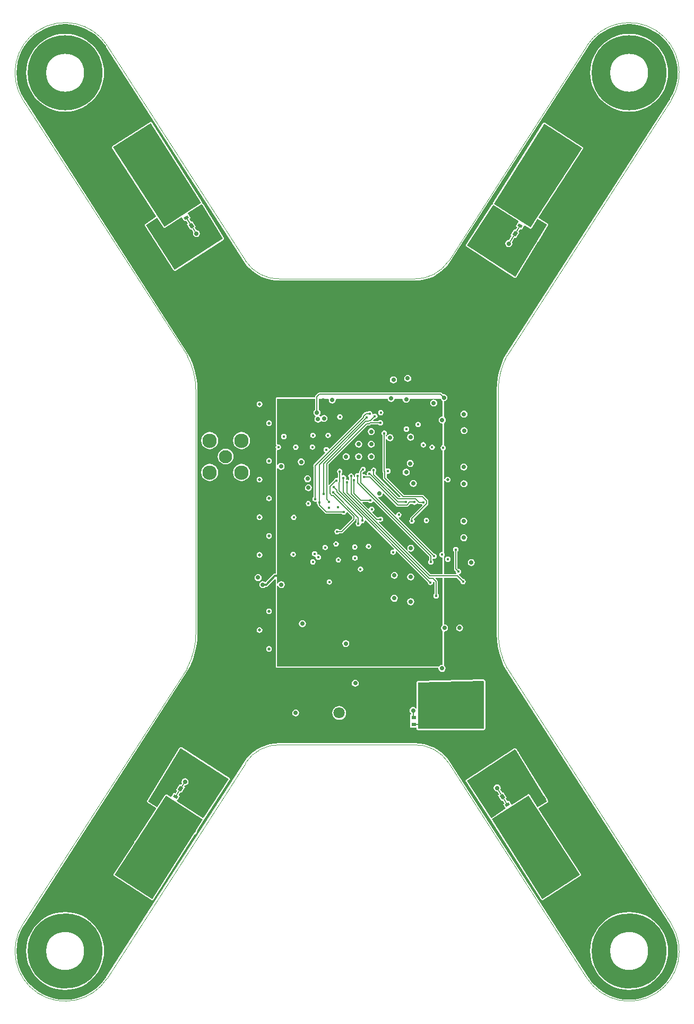
<source format=gbl>
G04 Layer_Physical_Order=4*
G04 Layer_Color=16711680*
%FSLAX44Y44*%
%MOMM*%
G71*
G01*
G75*
%ADD11C,3.0000*%
%ADD19R,0.7000X0.6000*%
%ADD40C,0.3000*%
%ADD41C,0.2000*%
%ADD42C,0.1500*%
%ADD45C,0.1000*%
%ADD46C,2.1000*%
%ADD47C,2.3000*%
%ADD48R,1.8000X1.8000*%
%ADD49C,1.8000*%
%ADD50C,0.4500*%
%ADD51C,0.7000*%
%ADD52C,0.5000*%
%ADD53C,3.0000*%
G04:AMPARAMS|DCode=54|XSize=0.7mm|YSize=0.45mm|CornerRadius=0mm|HoleSize=0mm|Usage=FLASHONLY|Rotation=212.735|XOffset=0mm|YOffset=0mm|HoleType=Round|Shape=Rectangle|*
%AMROTATEDRECTD54*
4,1,4,0.1727,0.3785,0.4161,0.0000,-0.1727,-0.3785,-0.4161,0.0000,0.1727,0.3785,0.0*
%
%ADD54ROTATEDRECTD54*%

G04:AMPARAMS|DCode=55|XSize=0.7mm|YSize=0.45mm|CornerRadius=0.1575mm|HoleSize=0mm|Usage=FLASHONLY|Rotation=212.735|XOffset=0mm|YOffset=0mm|HoleType=Round|Shape=RoundedRectangle|*
%AMROUNDEDRECTD55*
21,1,0.7000,0.1350,0,0,212.7*
21,1,0.3850,0.4500,0,0,212.7*
1,1,0.3150,-0.1984,-0.0473*
1,1,0.3150,0.1254,0.1609*
1,1,0.3150,0.1984,0.0473*
1,1,0.3150,-0.1254,-0.1609*
%
%ADD55ROUNDEDRECTD55*%
G04:AMPARAMS|DCode=56|XSize=0.7mm|YSize=0.45mm|CornerRadius=0mm|HoleSize=0mm|Usage=FLASHONLY|Rotation=147.265|XOffset=0mm|YOffset=0mm|HoleType=Round|Shape=Rectangle|*
%AMROTATEDRECTD56*
4,1,4,0.4161,0.0000,0.1727,-0.3785,-0.4161,0.0000,-0.1727,0.3785,0.4161,0.0000,0.0*
%
%ADD56ROTATEDRECTD56*%

G04:AMPARAMS|DCode=57|XSize=0.7mm|YSize=0.45mm|CornerRadius=0.1575mm|HoleSize=0mm|Usage=FLASHONLY|Rotation=147.265|XOffset=0mm|YOffset=0mm|HoleType=Round|Shape=RoundedRectangle|*
%AMROUNDEDRECTD57*
21,1,0.7000,0.1350,0,0,147.3*
21,1,0.3850,0.4500,0,0,147.3*
1,1,0.3150,-0.1254,0.1609*
1,1,0.3150,0.1984,-0.0473*
1,1,0.3150,0.1254,-0.1609*
1,1,0.3150,-0.1984,0.0473*
%
%ADD57ROUNDEDRECTD57*%
G04:AMPARAMS|DCode=58|XSize=0.6mm|YSize=0.7mm|CornerRadius=0mm|HoleSize=0mm|Usage=FLASHONLY|Rotation=32.735|XOffset=0mm|YOffset=0mm|HoleType=Round|Shape=Rectangle|*
%AMROTATEDRECTD58*
4,1,4,-0.0631,-0.4566,-0.4416,0.1322,0.0631,0.4566,0.4416,-0.1322,-0.0631,-0.4566,0.0*
%
%ADD58ROTATEDRECTD58*%

G04:AMPARAMS|DCode=59|XSize=0.6mm|YSize=0.7mm|CornerRadius=0mm|HoleSize=0mm|Usage=FLASHONLY|Rotation=327.265|XOffset=0mm|YOffset=0mm|HoleType=Round|Shape=Rectangle|*
%AMROTATEDRECTD59*
4,1,4,-0.4416,-0.1322,-0.0631,0.4566,0.4416,0.1322,0.0631,-0.4566,-0.4416,-0.1322,0.0*
%
%ADD59ROTATEDRECTD59*%

G04:AMPARAMS|DCode=60|XSize=2mm|YSize=3.6mm|CornerRadius=0mm|HoleSize=0mm|Usage=FLASHONLY|Rotation=212.735|XOffset=0mm|YOffset=0mm|HoleType=Round|Shape=Rectangle|*
%AMROTATEDRECTD60*
4,1,4,-0.1322,2.0549,1.8145,-0.9734,0.1322,-2.0549,-1.8145,0.9734,-0.1322,2.0549,0.0*
%
%ADD60ROTATEDRECTD60*%

G04:AMPARAMS|DCode=61|XSize=2mm|YSize=3.6mm|CornerRadius=0mm|HoleSize=0mm|Usage=FLASHONLY|Rotation=327.265|XOffset=0mm|YOffset=0mm|HoleType=Round|Shape=Rectangle|*
%AMROTATEDRECTD61*
4,1,4,-1.8145,-0.9734,0.1322,2.0549,1.8145,0.9734,-0.1322,-2.0549,-1.8145,-0.9734,0.0*
%
%ADD61ROTATEDRECTD61*%

G04:AMPARAMS|DCode=62|XSize=1mm|YSize=1.45mm|CornerRadius=0mm|HoleSize=0mm|Usage=FLASHONLY|Rotation=212.735|XOffset=0mm|YOffset=0mm|HoleType=Round|Shape=Rectangle|*
%AMROTATEDRECTD62*
4,1,4,0.0285,0.8802,0.8126,-0.3395,-0.0285,-0.8802,-0.8126,0.3395,0.0285,0.8802,0.0*
%
%ADD62ROTATEDRECTD62*%

G04:AMPARAMS|DCode=63|XSize=1mm|YSize=1.45mm|CornerRadius=0mm|HoleSize=0mm|Usage=FLASHONLY|Rotation=327.265|XOffset=0mm|YOffset=0mm|HoleType=Round|Shape=Rectangle|*
%AMROTATEDRECTD63*
4,1,4,-0.8126,-0.3395,-0.0285,0.8802,0.8126,0.3395,0.0285,-0.8802,-0.8126,-0.3395,0.0*
%
%ADD63ROTATEDRECTD63*%

G04:AMPARAMS|DCode=64|XSize=0.6mm|YSize=0.7mm|CornerRadius=0mm|HoleSize=0mm|Usage=FLASHONLY|Rotation=32.735|XOffset=0mm|YOffset=0mm|HoleType=Round|Shape=Rectangle|*
%AMROTATEDRECTD64*
4,1,4,-0.0631,-0.4566,-0.4416,0.1322,0.0631,0.4566,0.4416,-0.1322,-0.0631,-0.4566,0.0*
%
%ADD64ROTATEDRECTD64*%

G04:AMPARAMS|DCode=65|XSize=5mm|YSize=2mm|CornerRadius=0mm|HoleSize=0mm|Usage=FLASHONLY|Rotation=302.735|XOffset=0mm|YOffset=0mm|HoleType=Round|Shape=Rectangle|*
%AMROTATEDRECTD65*
4,1,4,-2.1931,1.5622,-0.5107,2.6437,2.1931,-1.5622,0.5107,-2.6437,-2.1931,1.5622,0.0*
%
%ADD65ROTATEDRECTD65*%

G04:AMPARAMS|DCode=66|XSize=5mm|YSize=2mm|CornerRadius=0mm|HoleSize=0mm|Usage=FLASHONLY|Rotation=237.265|XOffset=0mm|YOffset=0mm|HoleType=Round|Shape=Rectangle|*
%AMROTATEDRECTD66*
4,1,4,0.5107,2.6437,2.1931,1.5622,-0.5107,-2.6437,-2.1931,-1.5622,0.5107,2.6437,0.0*
%
%ADD66ROTATEDRECTD66*%

G36*
X1468677Y2477008D02*
X1477244Y2475552D01*
X1485595Y2473146D01*
X1493624Y2469821D01*
X1501230Y2465617D01*
X1508317Y2460588D01*
X1514797Y2454797D01*
X1520588Y2448317D01*
X1525617Y2441230D01*
X1529821Y2433624D01*
X1533146Y2425595D01*
X1535552Y2417244D01*
X1537008Y2408677D01*
X1537495Y2400000D01*
X1537008Y2391323D01*
X1535552Y2382756D01*
X1533146Y2374405D01*
X1529821Y2366376D01*
X1525757Y2359023D01*
X1525054Y2357977D01*
X1525054Y2357977D01*
X1524372Y2356908D01*
X1263260Y1950733D01*
X1263170Y1950504D01*
X1260025Y1944463D01*
X1255984Y1934707D01*
X1252809Y1924637D01*
X1250524Y1914329D01*
X1249145Y1903860D01*
X1248740Y1894570D01*
X1248685Y1893311D01*
X1248685Y1893300D01*
X1248751Y1892057D01*
Y1507943D01*
X1248685Y1506700D01*
X1248685Y1506689D01*
X1248739Y1505452D01*
X1249145Y1496140D01*
X1250524Y1485671D01*
X1252809Y1475363D01*
X1255984Y1465293D01*
X1260025Y1455537D01*
X1263170Y1449496D01*
X1263260Y1449267D01*
X1524372Y1043092D01*
X1525054Y1042023D01*
Y1042023D01*
X1525054D01*
X1525757Y1040977D01*
X1529821Y1033624D01*
X1533146Y1025595D01*
X1535552Y1017244D01*
X1537008Y1008677D01*
X1537495Y1000000D01*
X1537008Y991323D01*
X1535552Y982756D01*
X1533146Y974405D01*
X1529821Y966376D01*
X1525617Y958770D01*
X1520588Y951683D01*
X1514797Y945203D01*
X1508317Y939412D01*
X1501230Y934383D01*
X1493624Y930179D01*
X1485595Y926854D01*
X1477244Y924448D01*
X1468677Y922992D01*
X1460000Y922505D01*
X1451323Y922992D01*
X1442756Y924448D01*
X1434405Y926854D01*
X1426376Y930179D01*
X1418770Y934383D01*
X1411683Y939412D01*
X1405203Y945203D01*
X1399412Y951683D01*
X1394946Y957976D01*
X1394946Y957976D01*
X1394256Y959042D01*
X1174366Y1301093D01*
X1174260Y1301202D01*
X1170658Y1306279D01*
X1165681Y1311848D01*
X1160111Y1316826D01*
X1154019Y1321148D01*
X1147482Y1324762D01*
X1140581Y1327620D01*
X1133403Y1329688D01*
X1126039Y1330939D01*
X1118580Y1331358D01*
X1116587Y1331246D01*
X1116479Y1331268D01*
X903521D01*
X903412Y1331246D01*
X901420Y1331358D01*
X893961Y1330939D01*
X886597Y1329688D01*
X879419Y1327620D01*
X872518Y1324762D01*
X865981Y1321148D01*
X859889Y1316826D01*
X854319Y1311848D01*
X849341Y1306279D01*
X845740Y1301202D01*
X845634Y1301093D01*
X625744Y959042D01*
X625053Y957976D01*
X625053D01*
X625053Y957976D01*
X620588Y951683D01*
X614797Y945203D01*
X608317Y939412D01*
X601230Y934383D01*
X593624Y930179D01*
X585595Y926854D01*
X577244Y924448D01*
X568677Y922992D01*
X560000Y922505D01*
X551323Y922992D01*
X542756Y924448D01*
X534405Y926854D01*
X526376Y930179D01*
X518770Y934383D01*
X511683Y939412D01*
X505203Y945203D01*
X499412Y951683D01*
X494383Y958770D01*
X490179Y966376D01*
X486854Y974405D01*
X484448Y982756D01*
X482992Y991323D01*
X482505Y1000000D01*
X482992Y1008677D01*
X484448Y1017244D01*
X486854Y1025595D01*
X490179Y1033624D01*
X494243Y1040977D01*
X494946Y1042023D01*
X494946Y1042023D01*
X495628Y1043092D01*
X756740Y1449267D01*
X756830Y1449496D01*
X759975Y1455537D01*
X764016Y1465293D01*
X767191Y1475363D01*
X769476Y1485671D01*
X770855Y1496140D01*
X771260Y1505430D01*
X771315Y1506689D01*
X771315Y1506700D01*
X771249Y1507943D01*
Y1892057D01*
X771315Y1893300D01*
X771315Y1893311D01*
X771261Y1894547D01*
X770855Y1903860D01*
X769476Y1914329D01*
X767191Y1924637D01*
X764016Y1934707D01*
X759975Y1944463D01*
X756830Y1950504D01*
X756740Y1950733D01*
X495628Y2356908D01*
X494946Y2357977D01*
Y2357977D01*
X494946D01*
X494243Y2359023D01*
X490179Y2366376D01*
X486854Y2374405D01*
X484448Y2382756D01*
X482992Y2391323D01*
X482505Y2400000D01*
X482992Y2408677D01*
X484448Y2417244D01*
X486854Y2425595D01*
X490179Y2433624D01*
X494383Y2441230D01*
X499412Y2448317D01*
X505203Y2454797D01*
X511683Y2460588D01*
X518770Y2465617D01*
X526376Y2469821D01*
X534405Y2473146D01*
X542756Y2475552D01*
X551323Y2477008D01*
X560000Y2477495D01*
X568677Y2477008D01*
X577244Y2475552D01*
X585595Y2473146D01*
X593624Y2469821D01*
X601230Y2465617D01*
X608317Y2460588D01*
X614797Y2454797D01*
X620588Y2448317D01*
X625053Y2442024D01*
X625053Y2442024D01*
X625744Y2440958D01*
X845634Y2098907D01*
X845740Y2098798D01*
X849341Y2093721D01*
X854319Y2088152D01*
X859889Y2083174D01*
X865981Y2078852D01*
X872518Y2075238D01*
X879419Y2072380D01*
X886597Y2070312D01*
X893961Y2069061D01*
X901420Y2068642D01*
X903412Y2068754D01*
X903521Y2068732D01*
X1116479D01*
X1116587Y2068754D01*
X1118580Y2068642D01*
X1126039Y2069061D01*
X1133403Y2070312D01*
X1140581Y2072380D01*
X1147482Y2075238D01*
X1154019Y2078852D01*
X1160111Y2083174D01*
X1165681Y2088152D01*
X1170658Y2093721D01*
X1174260Y2098798D01*
X1174366Y2098907D01*
X1394256Y2440958D01*
X1394946Y2442024D01*
X1394946D01*
X1394946Y2442024D01*
X1399412Y2448317D01*
X1405203Y2454797D01*
X1411683Y2460588D01*
X1418770Y2465617D01*
X1426376Y2469821D01*
X1434405Y2473146D01*
X1442756Y2475552D01*
X1451323Y2477008D01*
X1460000Y2477495D01*
X1468677Y2477008D01*
D02*
G37*
%LPC*%
G36*
X885389Y1786047D02*
X883633Y1785698D01*
X882145Y1784704D01*
X881150Y1783215D01*
X880801Y1781459D01*
X881150Y1779704D01*
X882145Y1778215D01*
X883633Y1777220D01*
X885389Y1776871D01*
X887145Y1777220D01*
X888634Y1778215D01*
X889628Y1779704D01*
X889977Y1781459D01*
X889628Y1783215D01*
X888634Y1784704D01*
X887145Y1785698D01*
X885389Y1786047D01*
D02*
G37*
G36*
Y1546048D02*
X883633Y1545698D01*
X882145Y1544704D01*
X881150Y1543215D01*
X880801Y1541459D01*
X881150Y1539704D01*
X882145Y1538215D01*
X883633Y1537220D01*
X885389Y1536871D01*
X887145Y1537220D01*
X888634Y1538215D01*
X889628Y1539704D01*
X889977Y1541459D01*
X889628Y1543215D01*
X888634Y1544704D01*
X887145Y1545698D01*
X885389Y1546048D01*
D02*
G37*
G36*
X1189500Y1520608D02*
X1187354Y1520181D01*
X1185535Y1518965D01*
X1184319Y1517146D01*
X1183892Y1515000D01*
X1184319Y1512854D01*
X1185535Y1511035D01*
X1187354Y1509819D01*
X1189500Y1509392D01*
X1191646Y1509819D01*
X1193465Y1511035D01*
X1194681Y1512854D01*
X1195108Y1515000D01*
X1194681Y1517146D01*
X1193465Y1518965D01*
X1191646Y1520181D01*
X1189500Y1520608D01*
D02*
G37*
G36*
X841650Y1776467D02*
X838126Y1776003D01*
X834842Y1774642D01*
X832022Y1772478D01*
X829858Y1769658D01*
X828497Y1766374D01*
X828034Y1762850D01*
X828497Y1759326D01*
X829858Y1756042D01*
X832022Y1753222D01*
X834842Y1751058D01*
X838126Y1749698D01*
X841650Y1749234D01*
X845174Y1749698D01*
X848458Y1751058D01*
X851278Y1753222D01*
X853442Y1756042D01*
X854802Y1759326D01*
X855266Y1762850D01*
X854802Y1766374D01*
X853442Y1769658D01*
X851278Y1772478D01*
X848458Y1774642D01*
X845174Y1776003D01*
X841650Y1776467D01*
D02*
G37*
G36*
X1196250Y1777108D02*
X1194104Y1776681D01*
X1192285Y1775465D01*
X1191069Y1773646D01*
X1190642Y1771500D01*
X1191069Y1769354D01*
X1192285Y1767535D01*
X1194104Y1766319D01*
X1196250Y1765892D01*
X1198396Y1766319D01*
X1200215Y1767535D01*
X1201431Y1769354D01*
X1201858Y1771500D01*
X1201431Y1773646D01*
X1200215Y1775465D01*
X1198396Y1776681D01*
X1196250Y1777108D01*
D02*
G37*
G36*
X816250Y1800858D02*
X812987Y1800428D01*
X809946Y1799169D01*
X807335Y1797165D01*
X805331Y1794554D01*
X804072Y1791513D01*
X803642Y1788250D01*
X804072Y1784987D01*
X805331Y1781946D01*
X807335Y1779335D01*
X809946Y1777331D01*
X812987Y1776072D01*
X816250Y1775642D01*
X819513Y1776072D01*
X822554Y1777331D01*
X825165Y1779335D01*
X827169Y1781946D01*
X828428Y1784987D01*
X828858Y1788250D01*
X828428Y1791513D01*
X827169Y1794554D01*
X825165Y1797165D01*
X822554Y1799169D01*
X819513Y1800428D01*
X816250Y1800858D01*
D02*
G37*
G36*
X841650Y1827267D02*
X838126Y1826803D01*
X834842Y1825442D01*
X832022Y1823278D01*
X829858Y1820458D01*
X828497Y1817174D01*
X828034Y1813650D01*
X828497Y1810126D01*
X829858Y1806842D01*
X832022Y1804022D01*
X834842Y1801858D01*
X838126Y1800497D01*
X841650Y1800034D01*
X845174Y1800497D01*
X848458Y1801858D01*
X851278Y1804022D01*
X853442Y1806842D01*
X854802Y1810126D01*
X855266Y1813650D01*
X854802Y1817174D01*
X853442Y1820458D01*
X851278Y1823278D01*
X848458Y1825442D01*
X845174Y1826803D01*
X841650Y1827267D01*
D02*
G37*
G36*
X1227566Y1432822D02*
X1227553Y1432820D01*
X1227541Y1432822D01*
X1122970Y1430244D01*
X1122606Y1430162D01*
X1122240Y1430090D01*
X1122219Y1430075D01*
X1122194Y1430070D01*
X1121889Y1429855D01*
X1121578Y1429648D01*
X1121564Y1429626D01*
X1121543Y1429612D01*
X1121343Y1429296D01*
X1121136Y1428986D01*
X1121131Y1428961D01*
X1121118Y1428939D01*
X1121054Y1428571D01*
X1120981Y1428206D01*
Y1387183D01*
X1119711Y1386798D01*
X1119265Y1387465D01*
X1117446Y1388681D01*
X1115300Y1389108D01*
X1113154Y1388681D01*
X1111335Y1387465D01*
X1110119Y1385646D01*
X1109692Y1383500D01*
X1110119Y1381354D01*
X1111335Y1379535D01*
X1112496Y1378759D01*
Y1376900D01*
X1110700D01*
Y1366900D01*
X1110700D01*
Y1365900D01*
X1110700D01*
Y1355900D01*
X1120981D01*
Y1354206D01*
X1121136Y1353425D01*
X1121578Y1352764D01*
X1122240Y1352322D01*
X1123020Y1352166D01*
X1227602Y1352166D01*
X1227602Y1352166D01*
X1228382Y1352322D01*
X1229044Y1352764D01*
X1229942Y1353662D01*
X1230384Y1354323D01*
X1230539Y1355104D01*
Y1429896D01*
X1230537Y1429909D01*
X1230539Y1429921D01*
X1230459Y1430299D01*
X1230384Y1430677D01*
X1230377Y1430687D01*
X1230374Y1430700D01*
X1230156Y1431017D01*
X1229942Y1431338D01*
X1229931Y1431345D01*
X1229924Y1431356D01*
X1229015Y1432243D01*
X1229004Y1432250D01*
X1228997Y1432260D01*
X1228671Y1432467D01*
X1228348Y1432677D01*
X1228335Y1432679D01*
X1228325Y1432686D01*
X1227944Y1432752D01*
X1227566Y1432822D01*
D02*
G37*
G36*
X1023000Y1432608D02*
X1020854Y1432181D01*
X1019035Y1430965D01*
X1017819Y1429146D01*
X1017392Y1427000D01*
X1017819Y1424854D01*
X1019035Y1423035D01*
X1020854Y1421819D01*
X1023000Y1421392D01*
X1025146Y1421819D01*
X1026965Y1423035D01*
X1028181Y1424854D01*
X1028608Y1427000D01*
X1028181Y1429146D01*
X1026965Y1430965D01*
X1025146Y1432181D01*
X1023000Y1432608D01*
D02*
G37*
G36*
X870389Y1516048D02*
X868633Y1515698D01*
X867145Y1514704D01*
X866150Y1513215D01*
X865801Y1511459D01*
X866150Y1509704D01*
X867145Y1508215D01*
X868633Y1507220D01*
X870389Y1506871D01*
X872145Y1507220D01*
X873634Y1508215D01*
X874628Y1509704D01*
X874977Y1511459D01*
X874628Y1513215D01*
X873634Y1514704D01*
X872145Y1515698D01*
X870389Y1516048D01*
D02*
G37*
G36*
X885389Y1486048D02*
X883633Y1485698D01*
X882145Y1484704D01*
X881150Y1483215D01*
X880801Y1481459D01*
X881150Y1479704D01*
X882145Y1478215D01*
X883633Y1477220D01*
X885389Y1476871D01*
X887145Y1477220D01*
X888634Y1478215D01*
X889628Y1479704D01*
X889977Y1481459D01*
X889628Y1483215D01*
X888634Y1484704D01*
X887145Y1485698D01*
X885389Y1486048D01*
D02*
G37*
G36*
X790850Y1827267D02*
X787326Y1826803D01*
X784042Y1825442D01*
X781222Y1823278D01*
X779058Y1820458D01*
X777698Y1817174D01*
X777234Y1813650D01*
X777698Y1810126D01*
X779058Y1806842D01*
X781222Y1804022D01*
X784042Y1801858D01*
X787326Y1800497D01*
X790850Y1800034D01*
X794374Y1800497D01*
X797658Y1801858D01*
X800478Y1804022D01*
X802642Y1806842D01*
X804003Y1810126D01*
X804466Y1813650D01*
X804003Y1817174D01*
X802642Y1820458D01*
X800478Y1823278D01*
X797658Y1825442D01*
X794374Y1826803D01*
X790850Y1827267D01*
D02*
G37*
G36*
Y1776467D02*
X787326Y1776003D01*
X784042Y1774642D01*
X781222Y1772478D01*
X779058Y1769658D01*
X777698Y1766374D01*
X777234Y1762850D01*
X777698Y1759326D01*
X779058Y1756042D01*
X781222Y1753222D01*
X784042Y1751058D01*
X787326Y1749698D01*
X790850Y1749234D01*
X794374Y1749698D01*
X797658Y1751058D01*
X800478Y1753222D01*
X802642Y1756042D01*
X804003Y1759326D01*
X804466Y1762850D01*
X804003Y1766374D01*
X802642Y1769658D01*
X800478Y1772478D01*
X797658Y1774642D01*
X794374Y1776003D01*
X790850Y1776467D01*
D02*
G37*
G36*
X885389Y1666047D02*
X883633Y1665698D01*
X882145Y1664704D01*
X881150Y1663215D01*
X880801Y1661459D01*
X881150Y1659704D01*
X882145Y1658215D01*
X883633Y1657220D01*
X885389Y1656871D01*
X887145Y1657220D01*
X888634Y1658215D01*
X889628Y1659704D01*
X889977Y1661459D01*
X889628Y1663215D01*
X888634Y1664704D01*
X887145Y1665698D01*
X885389Y1666047D01*
D02*
G37*
G36*
X1196250Y1690858D02*
X1194104Y1690431D01*
X1192285Y1689215D01*
X1191069Y1687396D01*
X1190642Y1685250D01*
X1191069Y1683104D01*
X1192285Y1681285D01*
X1194104Y1680069D01*
X1196250Y1679642D01*
X1198396Y1680069D01*
X1200215Y1681285D01*
X1201431Y1683104D01*
X1201858Y1685250D01*
X1201431Y1687396D01*
X1200215Y1689215D01*
X1198396Y1690431D01*
X1196250Y1690858D01*
D02*
G37*
G36*
X1208250Y1624858D02*
X1206104Y1624431D01*
X1204285Y1623215D01*
X1203069Y1621396D01*
X1202642Y1619250D01*
X1203069Y1617104D01*
X1204285Y1615285D01*
X1206104Y1614069D01*
X1208250Y1613642D01*
X1210396Y1614069D01*
X1212215Y1615285D01*
X1213431Y1617104D01*
X1213858Y1619250D01*
X1213431Y1621396D01*
X1212215Y1623215D01*
X1210396Y1624431D01*
X1208250Y1624858D01*
D02*
G37*
G36*
X870389Y1636048D02*
X868633Y1635698D01*
X867145Y1634704D01*
X866150Y1633215D01*
X865801Y1631459D01*
X866150Y1629704D01*
X867145Y1628215D01*
X868633Y1627220D01*
X870389Y1626871D01*
X872145Y1627220D01*
X873634Y1628215D01*
X874628Y1629704D01*
X874977Y1631459D01*
X874628Y1633215D01*
X873634Y1634704D01*
X872145Y1635698D01*
X870389Y1636048D01*
D02*
G37*
G36*
X1170700Y1628933D02*
X1169042Y1628603D01*
X1167636Y1627664D01*
X1166697Y1626258D01*
X1166367Y1624600D01*
X1166697Y1622942D01*
X1167636Y1621536D01*
X1169042Y1620597D01*
X1170700Y1620267D01*
X1172358Y1620597D01*
X1173764Y1621536D01*
X1174703Y1622942D01*
X1175033Y1624600D01*
X1174703Y1626258D01*
X1173764Y1627664D01*
X1172358Y1628603D01*
X1170700Y1628933D01*
D02*
G37*
G36*
X1196250Y1664358D02*
X1194104Y1663931D01*
X1192285Y1662715D01*
X1191069Y1660896D01*
X1190642Y1658750D01*
X1191069Y1656604D01*
X1192285Y1654785D01*
X1194104Y1653569D01*
X1196250Y1653142D01*
X1198396Y1653569D01*
X1200215Y1654785D01*
X1201431Y1656604D01*
X1201858Y1658750D01*
X1201431Y1660896D01*
X1200215Y1662715D01*
X1198396Y1663931D01*
X1196250Y1664358D01*
D02*
G37*
G36*
X870389Y1756047D02*
X868633Y1755698D01*
X867145Y1754704D01*
X866150Y1753215D01*
X865801Y1751459D01*
X866150Y1749704D01*
X867145Y1748215D01*
X868633Y1747220D01*
X870389Y1746871D01*
X872145Y1747220D01*
X873634Y1748215D01*
X874628Y1749704D01*
X874977Y1751459D01*
X874628Y1753215D01*
X873634Y1754704D01*
X872145Y1755698D01*
X870389Y1756047D01*
D02*
G37*
G36*
X1159000Y1890304D02*
X965750D01*
X964677Y1890090D01*
X963767Y1889483D01*
X960017Y1885733D01*
X959410Y1884823D01*
X959196Y1883750D01*
Y1882489D01*
X898221D01*
X897441Y1882334D01*
X896779Y1881891D01*
X896337Y1881230D01*
X896182Y1880450D01*
Y1808434D01*
X896209Y1808295D01*
X896201Y1808154D01*
X896286Y1807908D01*
X896337Y1807653D01*
X896416Y1807536D01*
X896462Y1807402D01*
X896494Y1807366D01*
X896779Y1806980D01*
X896814Y1805733D01*
X896297Y1804958D01*
X895967Y1803300D01*
X896297Y1801642D01*
X896814Y1800867D01*
X896779Y1799619D01*
X896494Y1799234D01*
X896462Y1799198D01*
X896416Y1799064D01*
X896337Y1798947D01*
X896286Y1798692D01*
X896201Y1798446D01*
X896209Y1798305D01*
X896182Y1798167D01*
Y1774379D01*
X896240Y1774085D01*
X896270Y1773787D01*
X896317Y1773698D01*
X896337Y1773599D01*
X896504Y1773349D01*
X896645Y1773085D01*
Y1771915D01*
X896504Y1771651D01*
X896337Y1771401D01*
X896317Y1771302D01*
X896270Y1771213D01*
X896240Y1770915D01*
X896182Y1770621D01*
Y1601569D01*
X895000D01*
X893634Y1601297D01*
X892477Y1600523D01*
X879878Y1587925D01*
X879465Y1587965D01*
X877646Y1589181D01*
X875500Y1589608D01*
X873354Y1589181D01*
X871535Y1587965D01*
X870319Y1586146D01*
X869892Y1584000D01*
X870319Y1581854D01*
X871535Y1580035D01*
X873354Y1578819D01*
X875500Y1578392D01*
X877646Y1578819D01*
X879465Y1580035D01*
X879730Y1580431D01*
X881000D01*
X882366Y1580703D01*
X883523Y1581477D01*
X895009Y1592962D01*
X896182Y1592476D01*
Y1584622D01*
X896240Y1584328D01*
X896270Y1584030D01*
X896286Y1584000D01*
X896270Y1583970D01*
X896240Y1583672D01*
X896182Y1583378D01*
Y1453450D01*
X896337Y1452669D01*
X896779Y1452008D01*
X897441Y1451566D01*
X898221Y1451410D01*
X1155145Y1451410D01*
X1155892Y1450500D01*
X1156319Y1448354D01*
X1157535Y1446535D01*
X1159354Y1445319D01*
X1161500Y1444892D01*
X1163646Y1445319D01*
X1165465Y1446535D01*
X1166681Y1448354D01*
X1167108Y1450500D01*
X1166681Y1452646D01*
X1165465Y1454465D01*
X1164997Y1454778D01*
X1164412Y1455926D01*
X1164441Y1456023D01*
X1164497Y1456107D01*
X1164556Y1456401D01*
X1164643Y1456687D01*
X1164633Y1456788D01*
X1164653Y1456887D01*
Y1508697D01*
X1165500Y1509392D01*
X1167646Y1509819D01*
X1169465Y1511035D01*
X1170681Y1512854D01*
X1171108Y1515000D01*
X1170681Y1517146D01*
X1169465Y1518965D01*
X1167646Y1520181D01*
X1165500Y1520608D01*
X1164653Y1521303D01*
Y1595036D01*
X1184749D01*
X1190728Y1589057D01*
X1190667Y1588750D01*
X1190997Y1587092D01*
X1191936Y1585686D01*
X1193342Y1584747D01*
X1195000Y1584417D01*
X1196658Y1584747D01*
X1198064Y1585686D01*
X1199003Y1587092D01*
X1199333Y1588750D01*
X1199003Y1590408D01*
X1198064Y1591814D01*
X1196658Y1592753D01*
X1195000Y1593083D01*
X1194693Y1593022D01*
X1188204Y1599512D01*
X1188413Y1600613D01*
X1188590Y1600884D01*
X1189158Y1600997D01*
X1190564Y1601936D01*
X1191503Y1603342D01*
X1191833Y1605000D01*
X1191503Y1606658D01*
X1190564Y1608064D01*
X1189158Y1609003D01*
X1187500Y1609333D01*
X1187193Y1609272D01*
X1186304Y1610161D01*
Y1636762D01*
X1186564Y1636936D01*
X1187503Y1638342D01*
X1187833Y1640000D01*
X1187503Y1641658D01*
X1186564Y1643064D01*
X1185158Y1644003D01*
X1183500Y1644333D01*
X1181842Y1644003D01*
X1180436Y1643064D01*
X1179497Y1641658D01*
X1179167Y1640000D01*
X1179497Y1638342D01*
X1180436Y1636936D01*
X1180696Y1636762D01*
Y1609000D01*
X1180910Y1607927D01*
X1181517Y1607017D01*
X1183228Y1605307D01*
X1183167Y1605000D01*
X1183497Y1603342D01*
X1184436Y1601936D01*
X1184470Y1601913D01*
X1184085Y1600643D01*
X1164653D01*
Y1626607D01*
X1164633Y1626706D01*
X1164643Y1626807D01*
X1164556Y1627094D01*
X1164497Y1627388D01*
X1164441Y1627472D01*
X1164412Y1627568D01*
X1164464Y1628636D01*
X1165403Y1630042D01*
X1165733Y1631700D01*
X1165403Y1633358D01*
X1164464Y1634764D01*
X1164412Y1635832D01*
X1164441Y1635928D01*
X1164497Y1636013D01*
X1164556Y1636306D01*
X1164643Y1636593D01*
X1164633Y1636694D01*
X1164653Y1636793D01*
Y1750155D01*
X1165647Y1750821D01*
X1165647Y1750821D01*
X1165647Y1750821D01*
Y1750821D01*
X1165923Y1750848D01*
X1166150Y1749704D01*
X1167145Y1748215D01*
X1168633Y1747220D01*
X1170389Y1746871D01*
X1172145Y1747220D01*
X1173633Y1748215D01*
X1174628Y1749704D01*
X1174977Y1751459D01*
X1174628Y1753215D01*
X1173633Y1754704D01*
X1172145Y1755698D01*
X1170389Y1756047D01*
X1168633Y1755698D01*
X1167145Y1754704D01*
X1166150Y1753215D01*
X1165923Y1752070D01*
X1165647Y1752097D01*
Y1752097D01*
X1165647Y1752097D01*
D01*
X1164653Y1752763D01*
Y1797923D01*
X1164635Y1798012D01*
X1165058Y1798097D01*
X1166464Y1799036D01*
X1167403Y1800442D01*
X1167733Y1802100D01*
X1167403Y1803758D01*
X1166464Y1805164D01*
X1165058Y1806103D01*
X1164635Y1806188D01*
X1164653Y1806277D01*
Y1840325D01*
X1164633Y1840424D01*
X1164643Y1840525D01*
X1164556Y1840811D01*
X1164497Y1841105D01*
X1164441Y1841189D01*
X1164412Y1841286D01*
X1165237Y1842282D01*
X1165765Y1842635D01*
X1166981Y1844454D01*
X1167408Y1846600D01*
X1166981Y1848746D01*
X1165765Y1850565D01*
X1165237Y1850918D01*
X1164412Y1851914D01*
X1164441Y1852011D01*
X1164497Y1852095D01*
X1164556Y1852389D01*
X1164643Y1852675D01*
X1164633Y1852776D01*
X1164653Y1852875D01*
Y1876423D01*
X1166646Y1876819D01*
X1168465Y1878035D01*
X1169681Y1879854D01*
X1170108Y1882000D01*
X1169681Y1884146D01*
X1168465Y1885965D01*
X1166646Y1887181D01*
X1164500Y1887608D01*
X1163130Y1887335D01*
X1160983Y1889483D01*
X1160073Y1890090D01*
X1159000Y1890304D01*
D02*
G37*
G36*
X868000Y1600858D02*
X865854Y1600431D01*
X864035Y1599215D01*
X862819Y1597396D01*
X862392Y1595250D01*
X862819Y1593104D01*
X864035Y1591285D01*
X865854Y1590069D01*
X868000Y1589642D01*
X870146Y1590069D01*
X871965Y1591285D01*
X873181Y1593104D01*
X873608Y1595250D01*
X873181Y1597396D01*
X871965Y1599215D01*
X870146Y1600431D01*
X868000Y1600858D01*
D02*
G37*
G36*
X870389Y1696047D02*
X868633Y1695698D01*
X867145Y1694704D01*
X866150Y1693215D01*
X865801Y1691459D01*
X866150Y1689704D01*
X867145Y1688215D01*
X868633Y1687220D01*
X870389Y1686871D01*
X872145Y1687220D01*
X873634Y1688215D01*
X874628Y1689704D01*
X874977Y1691459D01*
X874628Y1693215D01*
X873634Y1694704D01*
X872145Y1695698D01*
X870389Y1696047D01*
D02*
G37*
G36*
X885389Y1726047D02*
X883633Y1725698D01*
X882145Y1724704D01*
X881150Y1723215D01*
X880801Y1721459D01*
X881150Y1719704D01*
X882145Y1718215D01*
X883633Y1717220D01*
X885389Y1716871D01*
X887145Y1717220D01*
X888634Y1718215D01*
X889628Y1719704D01*
X889977Y1721459D01*
X889628Y1723215D01*
X888634Y1724704D01*
X887145Y1725698D01*
X885389Y1726047D01*
D02*
G37*
G36*
X1196500Y1750608D02*
X1194354Y1750181D01*
X1192535Y1748965D01*
X1191319Y1747146D01*
X1190892Y1745000D01*
X1191319Y1742854D01*
X1192535Y1741035D01*
X1194354Y1739819D01*
X1196500Y1739392D01*
X1198646Y1739819D01*
X1200465Y1741035D01*
X1201681Y1742854D01*
X1202108Y1745000D01*
X1201681Y1747146D01*
X1200465Y1748965D01*
X1198646Y1750181D01*
X1196500Y1750608D01*
D02*
G37*
G36*
X928000Y1385108D02*
X925854Y1384681D01*
X924035Y1383465D01*
X922819Y1381646D01*
X922392Y1379500D01*
X922819Y1377354D01*
X924035Y1375535D01*
X925854Y1374319D01*
X928000Y1373892D01*
X930146Y1374319D01*
X931965Y1375535D01*
X933181Y1377354D01*
X933608Y1379500D01*
X933181Y1381646D01*
X931965Y1383465D01*
X930146Y1384681D01*
X928000Y1385108D01*
D02*
G37*
G36*
X870389Y1876047D02*
X868633Y1875698D01*
X867145Y1874704D01*
X866150Y1873215D01*
X865801Y1871459D01*
X866150Y1869703D01*
X867145Y1868215D01*
X868633Y1867220D01*
X870389Y1866871D01*
X872145Y1867220D01*
X873634Y1868215D01*
X874628Y1869703D01*
X874977Y1871459D01*
X874628Y1873215D01*
X873634Y1874704D01*
X872145Y1875698D01*
X870389Y1876047D01*
D02*
G37*
G36*
X560000Y1062098D02*
X553047Y1061707D01*
X546182Y1060541D01*
X539490Y1058613D01*
X533057Y1055948D01*
X526962Y1052580D01*
X521283Y1048550D01*
X516090Y1043910D01*
X511450Y1038717D01*
X507420Y1033038D01*
X504052Y1026943D01*
X501387Y1020510D01*
X499459Y1013818D01*
X498293Y1006953D01*
X497902Y1000000D01*
X498293Y993047D01*
X499459Y986182D01*
X501387Y979490D01*
X504052Y973057D01*
X507420Y966962D01*
X511450Y961283D01*
X516090Y956090D01*
X521283Y951450D01*
X526962Y947420D01*
X533057Y944052D01*
X539490Y941387D01*
X546182Y939459D01*
X553047Y938293D01*
X560000Y937902D01*
X566953Y938293D01*
X573818Y939459D01*
X580510Y941387D01*
X586943Y944052D01*
X593038Y947420D01*
X598717Y951450D01*
X603910Y956090D01*
X608550Y961283D01*
X612580Y966962D01*
X615948Y973057D01*
X618613Y979490D01*
X620541Y986182D01*
X621707Y993047D01*
X622098Y1000000D01*
X621707Y1006953D01*
X620541Y1013818D01*
X618613Y1020510D01*
X615948Y1026943D01*
X612580Y1033038D01*
X608550Y1038717D01*
X603910Y1043910D01*
X598717Y1048550D01*
X593038Y1052580D01*
X586943Y1055948D01*
X580510Y1058613D01*
X573818Y1060541D01*
X566953Y1061707D01*
X560000Y1062098D01*
D02*
G37*
G36*
X1460000D02*
X1453047Y1061707D01*
X1446182Y1060541D01*
X1439490Y1058613D01*
X1433057Y1055948D01*
X1426962Y1052580D01*
X1421283Y1048550D01*
X1416090Y1043910D01*
X1411450Y1038717D01*
X1407420Y1033038D01*
X1404052Y1026943D01*
X1401387Y1020510D01*
X1399459Y1013818D01*
X1398293Y1006953D01*
X1397902Y1000000D01*
X1398293Y993047D01*
X1399459Y986182D01*
X1401387Y979490D01*
X1404052Y973057D01*
X1407420Y966962D01*
X1411450Y961283D01*
X1416090Y956090D01*
X1421283Y951450D01*
X1426962Y947420D01*
X1433057Y944052D01*
X1439490Y941387D01*
X1446182Y939459D01*
X1453047Y938293D01*
X1460000Y937902D01*
X1466953Y938293D01*
X1473818Y939459D01*
X1480510Y941387D01*
X1486943Y944052D01*
X1493038Y947420D01*
X1498717Y951450D01*
X1503910Y956090D01*
X1508550Y961283D01*
X1512580Y966962D01*
X1515948Y973057D01*
X1518613Y979490D01*
X1520541Y986182D01*
X1521707Y993047D01*
X1522098Y1000000D01*
X1521707Y1006953D01*
X1520541Y1013818D01*
X1518613Y1020510D01*
X1515948Y1026943D01*
X1512580Y1033038D01*
X1508550Y1038717D01*
X1503910Y1043910D01*
X1498717Y1048550D01*
X1493038Y1052580D01*
X1486943Y1055948D01*
X1480510Y1058613D01*
X1473818Y1060541D01*
X1466953Y1061707D01*
X1460000Y1062098D01*
D02*
G37*
G36*
X745513Y1325167D02*
X745130Y1325156D01*
X744747Y1325151D01*
X744733Y1325145D01*
X744717Y1325144D01*
X743479Y1324861D01*
X743465Y1324854D01*
X743450Y1324854D01*
X743102Y1324692D01*
X742753Y1324535D01*
X742743Y1324524D01*
X742729Y1324517D01*
X742470Y1324235D01*
X742207Y1323956D01*
X742202Y1323942D01*
X742191Y1323931D01*
X691013Y1239560D01*
X690885Y1239209D01*
X690749Y1238864D01*
X690750Y1238837D01*
X690741Y1238812D01*
X690757Y1238440D01*
X690764Y1238068D01*
X690774Y1238044D01*
X690776Y1238017D01*
X690933Y1237680D01*
X691082Y1237339D01*
X691101Y1237320D01*
X691112Y1237296D01*
X691387Y1237045D01*
X691654Y1236786D01*
X705124Y1228136D01*
X705392Y1226895D01*
X672401Y1176078D01*
X671426Y1175426D01*
X670210Y1173607D01*
X669951Y1172304D01*
X637527Y1122360D01*
X637524Y1122353D01*
X637519Y1122348D01*
X637376Y1121982D01*
X637232Y1121621D01*
X637233Y1121614D01*
X637230Y1121607D01*
X637238Y1121214D01*
X637243Y1120826D01*
X637246Y1120819D01*
X637246Y1120811D01*
X637404Y1120452D01*
X637557Y1120095D01*
X637562Y1120090D01*
X637565Y1120083D01*
X637847Y1119812D01*
X638127Y1119540D01*
X638134Y1119537D01*
X638139Y1119532D01*
X698390Y1081032D01*
X698396Y1081029D01*
X698401Y1081024D01*
X698766Y1080885D01*
X699131Y1080742D01*
X699138Y1080742D01*
X699144Y1080740D01*
X699537Y1080751D01*
X699926Y1080759D01*
X699932Y1080761D01*
X699939Y1080761D01*
X700298Y1080921D01*
X700655Y1081078D01*
X700660Y1081083D01*
X700666Y1081086D01*
X700935Y1081370D01*
X701206Y1081652D01*
X701208Y1081658D01*
X701213Y1081663D01*
X767022Y1186178D01*
X767537Y1186280D01*
X769357Y1187496D01*
X770572Y1189315D01*
X770999Y1191461D01*
X770843Y1192245D01*
X781338Y1208913D01*
X781476Y1209273D01*
X781618Y1209630D01*
X781618Y1209644D01*
X781623Y1209657D01*
X781952Y1210579D01*
X782634Y1210882D01*
X782660Y1210906D01*
X782692Y1210920D01*
X782945Y1211181D01*
X783208Y1211434D01*
X783222Y1211466D01*
X783246Y1211491D01*
X822934Y1272763D01*
X823071Y1273107D01*
X823228Y1273501D01*
Y1273502D01*
X823228Y1273502D01*
X823223Y1273872D01*
X823217Y1274297D01*
X823217Y1274297D01*
Y1274297D01*
X823067Y1274646D01*
X822902Y1275028D01*
X822902Y1275028D01*
X822902Y1275028D01*
X822623Y1275299D01*
X822332Y1275582D01*
X746282Y1324868D01*
X746267Y1324874D01*
X746256Y1324884D01*
X745899Y1325020D01*
X745543Y1325162D01*
X745527Y1325162D01*
X745513Y1325167D01*
D02*
G37*
G36*
X1196500Y1861608D02*
X1194354Y1861181D01*
X1192535Y1859965D01*
X1191319Y1858146D01*
X1190892Y1856000D01*
X1191319Y1853854D01*
X1192535Y1852035D01*
X1194354Y1850819D01*
X1196500Y1850392D01*
X1198646Y1850819D01*
X1200465Y1852035D01*
X1201681Y1853854D01*
X1202108Y1856000D01*
X1201681Y1858146D01*
X1200465Y1859965D01*
X1198646Y1861181D01*
X1196500Y1861608D01*
D02*
G37*
G36*
X1084000Y1916108D02*
X1081854Y1915681D01*
X1080035Y1914465D01*
X1078819Y1912646D01*
X1078392Y1910500D01*
X1078819Y1908354D01*
X1080035Y1906535D01*
X1081854Y1905319D01*
X1084000Y1904892D01*
X1086146Y1905319D01*
X1087965Y1906535D01*
X1089181Y1908354D01*
X1089608Y1910500D01*
X1089181Y1912646D01*
X1087965Y1914465D01*
X1086146Y1915681D01*
X1084000Y1916108D01*
D02*
G37*
G36*
X560000Y2462098D02*
X553047Y2461707D01*
X546182Y2460541D01*
X539490Y2458613D01*
X533057Y2455948D01*
X526962Y2452580D01*
X521283Y2448550D01*
X516090Y2443910D01*
X511450Y2438717D01*
X507420Y2433038D01*
X504052Y2426943D01*
X501387Y2420510D01*
X499459Y2413818D01*
X498293Y2406953D01*
X497902Y2400000D01*
X498293Y2393047D01*
X499459Y2386182D01*
X501387Y2379490D01*
X504052Y2373057D01*
X507420Y2366962D01*
X511450Y2361283D01*
X516090Y2356090D01*
X521283Y2351450D01*
X526962Y2347420D01*
X533057Y2344052D01*
X539490Y2341387D01*
X546182Y2339459D01*
X553047Y2338293D01*
X560000Y2337902D01*
X566953Y2338293D01*
X573818Y2339459D01*
X580510Y2341387D01*
X586943Y2344052D01*
X593038Y2347420D01*
X598717Y2351450D01*
X603910Y2356090D01*
X608550Y2361283D01*
X612580Y2366962D01*
X615948Y2373057D01*
X618613Y2379490D01*
X620541Y2386182D01*
X621707Y2393047D01*
X622098Y2400000D01*
X621707Y2406953D01*
X620541Y2413818D01*
X618613Y2420510D01*
X615948Y2426943D01*
X612580Y2433038D01*
X608550Y2438717D01*
X603910Y2443910D01*
X598717Y2448550D01*
X593038Y2452580D01*
X586943Y2455948D01*
X580510Y2458613D01*
X573818Y2460541D01*
X566953Y2461707D01*
X560000Y2462098D01*
D02*
G37*
G36*
X1460000D02*
X1453047Y2461707D01*
X1446182Y2460541D01*
X1439490Y2458613D01*
X1433057Y2455948D01*
X1426962Y2452580D01*
X1421283Y2448550D01*
X1416090Y2443910D01*
X1411450Y2438717D01*
X1407420Y2433038D01*
X1404052Y2426943D01*
X1401387Y2420510D01*
X1399459Y2413818D01*
X1398293Y2406953D01*
X1397902Y2400000D01*
X1398293Y2393047D01*
X1399459Y2386182D01*
X1401387Y2379490D01*
X1404052Y2373057D01*
X1407420Y2366962D01*
X1411450Y2361283D01*
X1416090Y2356090D01*
X1421283Y2351450D01*
X1426962Y2347420D01*
X1433057Y2344052D01*
X1439490Y2341387D01*
X1446182Y2339459D01*
X1453047Y2338293D01*
X1460000Y2337902D01*
X1466953Y2338293D01*
X1473818Y2339459D01*
X1480510Y2341387D01*
X1486943Y2344052D01*
X1493038Y2347420D01*
X1498717Y2351450D01*
X1503910Y2356090D01*
X1508550Y2361283D01*
X1512580Y2366962D01*
X1515948Y2373057D01*
X1518613Y2379490D01*
X1520541Y2386182D01*
X1521707Y2393047D01*
X1522098Y2400000D01*
X1521707Y2406953D01*
X1520541Y2413818D01*
X1518613Y2420510D01*
X1515948Y2426943D01*
X1512580Y2433038D01*
X1508550Y2438717D01*
X1503910Y2443910D01*
X1498717Y2448550D01*
X1493038Y2452580D01*
X1486943Y2455948D01*
X1480510Y2458613D01*
X1473818Y2460541D01*
X1466953Y2461707D01*
X1460000Y2462098D01*
D02*
G37*
G36*
X696261Y2321788D02*
X696254Y2321786D01*
X696247Y2321786D01*
X695883Y2321644D01*
X695518Y2321504D01*
X695512Y2321499D01*
X695506Y2321497D01*
X635256Y2282997D01*
X635251Y2282991D01*
X635244Y2282989D01*
X634964Y2282716D01*
X634682Y2282446D01*
X634679Y2282439D01*
X634674Y2282433D01*
X634519Y2282074D01*
X634363Y2281717D01*
X634362Y2281709D01*
X634360Y2281703D01*
X634354Y2281310D01*
X634346Y2280921D01*
X634349Y2280914D01*
X634349Y2280907D01*
X634494Y2280544D01*
X634636Y2280180D01*
X634641Y2280175D01*
X634644Y2280168D01*
X705270Y2171380D01*
X705005Y2170137D01*
X687831Y2159007D01*
X687539Y2158723D01*
X687261Y2158453D01*
X687260Y2158452D01*
X687260Y2158452D01*
X687114Y2158114D01*
X686945Y2157722D01*
Y2157722D01*
X686945Y2157722D01*
X686940Y2157358D01*
X686934Y2156926D01*
X686934Y2156926D01*
Y2156926D01*
X687091Y2156532D01*
X687228Y2156187D01*
X733255Y2085130D01*
X733529Y2084848D01*
X733802Y2084564D01*
X733806Y2084563D01*
X733809Y2084560D01*
X734169Y2084404D01*
X734532Y2084247D01*
X734536Y2084246D01*
X734540Y2084245D01*
X734933Y2084239D01*
X735328Y2084232D01*
X735331Y2084234D01*
X735335Y2084234D01*
X735703Y2084380D01*
X736068Y2084523D01*
X812677Y2133719D01*
X812945Y2133977D01*
X813219Y2134229D01*
X813231Y2134253D01*
X813250Y2134271D01*
X813398Y2134612D01*
X813556Y2134950D01*
X813557Y2134977D01*
X813568Y2135001D01*
X813574Y2135373D01*
X813590Y2135745D01*
X813581Y2135770D01*
X813582Y2135796D01*
X813446Y2136143D01*
X813318Y2136493D01*
X780325Y2190885D01*
X780304Y2190907D01*
X780293Y2190936D01*
X780036Y2191200D01*
X779787Y2191472D01*
X779760Y2191485D01*
X779738Y2191506D01*
X778821Y2192019D01*
X778723Y2192102D01*
X778729Y2192487D01*
X778739Y2192872D01*
X778734Y2192884D01*
X778735Y2192898D01*
X778592Y2193256D01*
X778455Y2193615D01*
X698330Y2320865D01*
X698325Y2320870D01*
X698322Y2320876D01*
X698051Y2321159D01*
X697783Y2321443D01*
X697776Y2321445D01*
X697771Y2321450D01*
X697413Y2321608D01*
X697056Y2321767D01*
X697049Y2321767D01*
X697043Y2321770D01*
X696653Y2321778D01*
X696261Y2321788D01*
D02*
G37*
G36*
X1106750Y1918608D02*
X1104604Y1918181D01*
X1102785Y1916965D01*
X1101569Y1915146D01*
X1101142Y1913000D01*
X1101569Y1910854D01*
X1102785Y1909035D01*
X1104604Y1907819D01*
X1106750Y1907392D01*
X1108896Y1907819D01*
X1110715Y1909035D01*
X1111931Y1910854D01*
X1112358Y1913000D01*
X1111931Y1915146D01*
X1110715Y1916965D01*
X1108896Y1918181D01*
X1106750Y1918608D01*
D02*
G37*
G36*
X1324743Y2320435D02*
X1324351Y2320424D01*
X1323961Y2320417D01*
X1323955Y2320414D01*
X1323948Y2320414D01*
X1323590Y2320253D01*
X1323233Y2320097D01*
X1323228Y2320092D01*
X1323221Y2320089D01*
X1322952Y2319805D01*
X1322682Y2319523D01*
X1322679Y2319517D01*
X1322674Y2319512D01*
X1242549Y2192262D01*
X1242412Y2191902D01*
X1242270Y2191545D01*
X1242270Y2191531D01*
X1242265Y2191519D01*
X1242254Y2190709D01*
X1241524Y2190388D01*
X1241524Y2190387D01*
X1241524Y2190387D01*
X1241320Y2190178D01*
X1240969Y2189817D01*
X1240969Y2189817D01*
X1240969Y2189817D01*
X1199611Y2125967D01*
X1199454Y2125572D01*
X1199317Y2125228D01*
Y2125228D01*
X1199317Y2125228D01*
X1199323Y2124805D01*
X1199328Y2124433D01*
X1199329Y2124433D01*
Y2124432D01*
X1199501Y2124032D01*
X1199643Y2123702D01*
X1199643Y2123702D01*
X1199643Y2123702D01*
X1199946Y2123407D01*
X1200214Y2123147D01*
X1276780Y2073527D01*
X1276794Y2073521D01*
X1276805Y2073511D01*
X1277163Y2073375D01*
X1277519Y2073233D01*
X1277535Y2073233D01*
X1277549Y2073228D01*
X1277931Y2073239D01*
X1278315Y2073244D01*
X1278329Y2073250D01*
X1278344Y2073251D01*
X1279582Y2073534D01*
X1279596Y2073541D01*
X1279612Y2073541D01*
X1279958Y2073703D01*
X1280308Y2073860D01*
X1280319Y2073871D01*
X1280333Y2073878D01*
X1280591Y2074160D01*
X1280854Y2074438D01*
X1280860Y2074453D01*
X1280870Y2074464D01*
X1314916Y2130591D01*
X1316168Y2132538D01*
X1316117Y2132571D01*
X1330750Y2156695D01*
X1330878Y2157045D01*
X1331014Y2157391D01*
X1331013Y2157417D01*
X1331022Y2157442D01*
X1331006Y2157815D01*
X1330999Y2158186D01*
X1330989Y2158211D01*
X1330988Y2158237D01*
X1330830Y2158575D01*
X1330682Y2158916D01*
X1330663Y2158934D01*
X1330651Y2158958D01*
X1330377Y2159210D01*
X1330109Y2159468D01*
X1315883Y2168603D01*
X1315616Y2169845D01*
X1386360Y2278815D01*
X1386363Y2278822D01*
X1386368Y2278827D01*
X1386511Y2279193D01*
X1386655Y2279554D01*
X1386655Y2279561D01*
X1386658Y2279568D01*
X1386650Y2279961D01*
X1386644Y2280349D01*
X1386642Y2280356D01*
X1386641Y2280364D01*
X1386484Y2280723D01*
X1386330Y2281080D01*
X1386325Y2281085D01*
X1386322Y2281092D01*
X1386040Y2281363D01*
X1385760Y2281635D01*
X1385753Y2281638D01*
X1385748Y2281643D01*
X1325498Y2320143D01*
X1325491Y2320146D01*
X1325486Y2320151D01*
X1325121Y2320290D01*
X1324757Y2320433D01*
X1324750Y2320433D01*
X1324743Y2320435D01*
D02*
G37*
G36*
X1277273Y1322991D02*
X1277259Y1322986D01*
X1277244Y1322986D01*
X1276888Y1322844D01*
X1276530Y1322708D01*
X1276519Y1322697D01*
X1276504Y1322692D01*
X1199939Y1273072D01*
X1199938Y1273072D01*
X1199938Y1273071D01*
X1199675Y1272815D01*
X1199368Y1272517D01*
X1199368Y1272517D01*
X1199368Y1272517D01*
X1199222Y1272178D01*
X1199053Y1271786D01*
Y1271786D01*
X1199053Y1271786D01*
X1199048Y1271422D01*
X1199042Y1270991D01*
X1199042Y1270991D01*
Y1270991D01*
X1199199Y1270596D01*
X1199335Y1270252D01*
X1237346Y1211570D01*
X1237359Y1211557D01*
X1237366Y1211539D01*
X1237636Y1211272D01*
X1237900Y1211000D01*
X1237918Y1210992D01*
X1237931Y1210979D01*
X1238126Y1210850D01*
X1238197Y1210821D01*
X1238255Y1210771D01*
X1238563Y1210671D01*
X1238863Y1210548D01*
X1239245Y1209880D01*
X1239387Y1209522D01*
X1239524Y1209163D01*
X1319649Y1081913D01*
X1319654Y1081908D01*
X1319657Y1081902D01*
X1319928Y1081619D01*
X1320197Y1081336D01*
X1320203Y1081333D01*
X1320208Y1081328D01*
X1320566Y1081171D01*
X1320923Y1081012D01*
X1320930Y1081011D01*
X1320936Y1081009D01*
X1321326Y1081001D01*
X1321718Y1080990D01*
X1321725Y1080992D01*
X1321732Y1080992D01*
X1322096Y1081134D01*
X1322462Y1081274D01*
X1322466Y1081279D01*
X1322473Y1081282D01*
X1382723Y1119782D01*
X1382728Y1119787D01*
X1382735Y1119790D01*
X1383015Y1120062D01*
X1383297Y1120333D01*
X1383300Y1120340D01*
X1383305Y1120345D01*
X1383460Y1120705D01*
X1383616Y1121061D01*
X1383617Y1121069D01*
X1383620Y1121076D01*
X1383625Y1121468D01*
X1383633Y1121857D01*
X1383630Y1121864D01*
X1383630Y1121871D01*
X1383485Y1122234D01*
X1383343Y1122598D01*
X1383338Y1122603D01*
X1383335Y1122610D01*
X1315786Y1226660D01*
X1316053Y1227901D01*
X1329833Y1236750D01*
X1330101Y1237009D01*
X1330376Y1237260D01*
X1330387Y1237284D01*
X1330406Y1237303D01*
X1330555Y1237644D01*
X1330712Y1237981D01*
X1330713Y1238008D01*
X1330724Y1238032D01*
X1330731Y1238404D01*
X1330747Y1238776D01*
X1330738Y1238801D01*
X1330738Y1238828D01*
X1330603Y1239174D01*
X1330475Y1239524D01*
X1329549Y1241050D01*
X1330254Y1241503D01*
X1324305Y1250756D01*
X1324305D01*
X1323557Y1250929D01*
X1284271Y1315694D01*
X1284181Y1316146D01*
X1282965Y1317965D01*
X1282844Y1318046D01*
X1280595Y1321754D01*
X1280584Y1321766D01*
X1280579Y1321780D01*
X1280316Y1322059D01*
X1280057Y1322341D01*
X1280043Y1322348D01*
X1280033Y1322359D01*
X1279684Y1322515D01*
X1279336Y1322677D01*
X1279321Y1322678D01*
X1279307Y1322684D01*
X1278069Y1322968D01*
X1278053Y1322969D01*
X1278039Y1322975D01*
X1277656Y1322980D01*
X1277273Y1322991D01*
D02*
G37*
G36*
X1196750Y1835108D02*
X1194604Y1834681D01*
X1192785Y1833465D01*
X1191569Y1831646D01*
X1191142Y1829500D01*
X1191569Y1827354D01*
X1192785Y1825535D01*
X1194604Y1824319D01*
X1196750Y1823892D01*
X1198896Y1824319D01*
X1200715Y1825535D01*
X1201931Y1827354D01*
X1202358Y1829500D01*
X1201931Y1831646D01*
X1200715Y1833465D01*
X1198896Y1834681D01*
X1196750Y1835108D01*
D02*
G37*
G36*
X885389Y1846047D02*
X883633Y1845698D01*
X882145Y1844704D01*
X881150Y1843215D01*
X880801Y1841459D01*
X881150Y1839703D01*
X882145Y1838215D01*
X883633Y1837220D01*
X885389Y1836871D01*
X887145Y1837220D01*
X888634Y1838215D01*
X889628Y1839703D01*
X889977Y1841459D01*
X889628Y1843215D01*
X888634Y1844704D01*
X887145Y1845698D01*
X885389Y1846047D01*
D02*
G37*
G36*
X997300Y1390595D02*
X994428Y1390217D01*
X991753Y1389108D01*
X989455Y1387345D01*
X987691Y1385047D01*
X986583Y1382372D01*
X986205Y1379500D01*
X986583Y1376628D01*
X987691Y1373953D01*
X989455Y1371655D01*
X991753Y1369892D01*
X994428Y1368783D01*
X997300Y1368405D01*
X1000172Y1368783D01*
X1002848Y1369892D01*
X1005145Y1371655D01*
X1006908Y1373953D01*
X1008017Y1376628D01*
X1008395Y1379500D01*
X1008017Y1382372D01*
X1006908Y1385047D01*
X1005145Y1387345D01*
X1002848Y1389108D01*
X1000172Y1390217D01*
X997300Y1390595D01*
D02*
G37*
%LPD*%
G36*
X776729Y2192528D02*
X718479Y2154778D01*
X636354Y2281278D01*
X696604Y2319778D01*
X776729Y2192528D01*
D02*
G37*
G36*
X1278851Y1320697D02*
X1328732Y1238466D01*
X1314185Y1229125D01*
X1301210Y1249110D01*
X1300929Y1249399D01*
X1300657Y1249679D01*
X1300656Y1249680D01*
X1300655Y1249680D01*
X1300276Y1249843D01*
X1299926Y1249994D01*
X1299925D01*
X1299924Y1249995D01*
X1299507Y1250000D01*
X1299130Y1250005D01*
X1299129Y1250005D01*
X1299129D01*
X1298752Y1249855D01*
X1298391Y1249711D01*
X1273264Y1233427D01*
X1272023Y1233695D01*
X1268097Y1239801D01*
X1266638Y1238863D01*
X1265399Y1239141D01*
X1262944Y1243076D01*
X1264854Y1244303D01*
X1258905Y1253556D01*
X1257978Y1252960D01*
X1256741Y1253250D01*
X1254348Y1257255D01*
X1254681Y1257754D01*
X1255108Y1259900D01*
X1254681Y1262046D01*
X1253465Y1263865D01*
X1251646Y1265081D01*
X1249500Y1265508D01*
X1247354Y1265081D01*
X1245535Y1263865D01*
X1244319Y1262046D01*
X1243892Y1259900D01*
X1244319Y1257754D01*
X1245535Y1255935D01*
X1247354Y1254719D01*
X1249500Y1254292D01*
X1249576Y1254307D01*
X1252490Y1249432D01*
X1250493Y1248149D01*
X1256442Y1238896D01*
X1257466Y1239554D01*
X1258705Y1239276D01*
X1261160Y1235342D01*
X1258844Y1233853D01*
X1263278Y1226956D01*
X1240771Y1212369D01*
X1239252Y1212550D01*
X1239057Y1212679D01*
X1201047Y1271360D01*
X1277613Y1320981D01*
X1278851Y1320697D01*
D02*
G37*
G36*
X1283192Y2163524D02*
X1283729Y2162469D01*
X1283363Y2161900D01*
X1279132Y2155319D01*
X1281402Y2153860D01*
X1279018Y2150131D01*
X1277778Y2149860D01*
X1276695Y2150556D01*
X1270746Y2141303D01*
X1272605Y2140108D01*
X1268228Y2133262D01*
X1268000Y2133308D01*
X1265854Y2132881D01*
X1264035Y2131665D01*
X1262819Y2129846D01*
X1262392Y2127700D01*
X1262819Y2125554D01*
X1264035Y2123735D01*
X1265854Y2122519D01*
X1268000Y2122092D01*
X1270146Y2122519D01*
X1271965Y2123735D01*
X1273181Y2125554D01*
X1273608Y2127700D01*
X1273181Y2129846D01*
X1272935Y2130214D01*
X1276838Y2136318D01*
X1278079Y2136590D01*
X1279158Y2135896D01*
X1285107Y2145149D01*
X1283251Y2146341D01*
X1285635Y2150070D01*
X1286876Y2150341D01*
X1288385Y2149371D01*
X1292594Y2155918D01*
X1294156Y2156419D01*
X1301416Y2151714D01*
X1301785Y2151567D01*
X1302154Y2151420D01*
X1302155D01*
X1302155Y2151420D01*
X1302548Y2151425D01*
X1302949Y2151430D01*
X1302950Y2151431D01*
X1302951D01*
X1303314Y2151587D01*
X1303680Y2151745D01*
X1303681Y2151745D01*
X1303682Y2151745D01*
X1303962Y2152034D01*
X1304235Y2152315D01*
X1314016Y2167379D01*
X1329007Y2157752D01*
X1279127Y2075522D01*
X1277889Y2075238D01*
X1201323Y2124859D01*
X1242681Y2188708D01*
X1243923Y2188974D01*
X1283192Y2163524D01*
D02*
G37*
G36*
X778581Y2189827D02*
X811575Y2135435D01*
X734966Y2086239D01*
X688940Y2157296D01*
X706870Y2168916D01*
X716769Y2153668D01*
X717050Y2153379D01*
X717322Y2153099D01*
X717323Y2153098D01*
X717324Y2153098D01*
X717703Y2152935D01*
X718053Y2152784D01*
X718054D01*
X718055Y2152784D01*
X718472Y2152778D01*
X718849Y2152773D01*
X718849Y2152773D01*
X718850D01*
X719227Y2152923D01*
X719588Y2153067D01*
X745324Y2169746D01*
X746870Y2169234D01*
X751103Y2162649D01*
X752597Y2163609D01*
X753837Y2163336D01*
X756216Y2159598D01*
X754346Y2158397D01*
X760295Y2149144D01*
X761363Y2149831D01*
X762604Y2149558D01*
X764693Y2146274D01*
X764441Y2145896D01*
X764014Y2143750D01*
X764441Y2141604D01*
X765656Y2139785D01*
X767476Y2138570D01*
X769622Y2138143D01*
X771768Y2138570D01*
X773587Y2139785D01*
X774802Y2141604D01*
X775229Y2143750D01*
X774802Y2145896D01*
X773587Y2147716D01*
X771768Y2148931D01*
X769622Y2149358D01*
X769405Y2149315D01*
X766837Y2153350D01*
X768707Y2154551D01*
X762758Y2163804D01*
X761690Y2163118D01*
X760450Y2163390D01*
X758071Y2167128D01*
X760356Y2168597D01*
X756101Y2175216D01*
X755760Y2175747D01*
X756256Y2176830D01*
X776874Y2190192D01*
X778581Y2189827D01*
D02*
G37*
G36*
X821223Y1273871D02*
X781535Y1212599D01*
X779823Y1212293D01*
X739045Y1238720D01*
X738371Y1239681D01*
X738820Y1240379D01*
X742968Y1246831D01*
X741485Y1247784D01*
X741220Y1249026D01*
X743723Y1252854D01*
X745605Y1251644D01*
X751554Y1260897D01*
X750527Y1261557D01*
X750265Y1262800D01*
X751094Y1264053D01*
X751400Y1263992D01*
X753546Y1264419D01*
X755365Y1265635D01*
X756581Y1267454D01*
X757008Y1269600D01*
X756581Y1271746D01*
X755365Y1273565D01*
X753546Y1274781D01*
X751400Y1275208D01*
X749254Y1274781D01*
X747435Y1273565D01*
X746219Y1271746D01*
X745792Y1269600D01*
X746219Y1267454D01*
X746420Y1267153D01*
X745049Y1265079D01*
X743142Y1266304D01*
X737194Y1257051D01*
X738247Y1256374D01*
X738512Y1255132D01*
X736010Y1251304D01*
X733715Y1252779D01*
X729589Y1246362D01*
X727974Y1245895D01*
X722471Y1249461D01*
X722097Y1249610D01*
X721734Y1249755D01*
X721733D01*
X721732Y1249755D01*
X721340Y1249750D01*
X720938Y1249745D01*
X720937Y1249744D01*
X720937D01*
X720573Y1249588D01*
X720207Y1249430D01*
X720207Y1249430D01*
X720206Y1249429D01*
X719926Y1249141D01*
X719652Y1248860D01*
X706992Y1229360D01*
X692756Y1238502D01*
X743935Y1322873D01*
X745173Y1323157D01*
X821223Y1273871D01*
D02*
G37*
G36*
X1384650Y2279925D02*
X1302525Y2153425D01*
X1244275Y2191175D01*
X1324400Y2318425D01*
X1384650Y2279925D01*
D02*
G37*
G36*
X1228500Y1429896D02*
Y1355104D01*
X1227602Y1354206D01*
X1123020Y1354206D01*
Y1428206D01*
X1227591Y1430783D01*
X1228500Y1429896D01*
D02*
G37*
G36*
X779613Y1210000D02*
X699488Y1082750D01*
X639238Y1121250D01*
X721363Y1247750D01*
X779613Y1210000D01*
D02*
G37*
G36*
X1381625Y1121500D02*
X1321375Y1083000D01*
X1241250Y1210250D01*
X1299500Y1248000D01*
X1381625Y1121500D01*
D02*
G37*
G36*
X1159319Y1879854D02*
X1160535Y1878035D01*
X1161691Y1877262D01*
X1162613Y1876423D01*
X1162613D01*
X1162613Y1876423D01*
Y1853341D01*
X1161800Y1852208D01*
X1159654Y1851781D01*
X1157835Y1850565D01*
X1156619Y1848746D01*
X1156192Y1846600D01*
X1156619Y1844454D01*
X1157835Y1842635D01*
X1159654Y1841419D01*
X1161800Y1840992D01*
X1162613Y1839859D01*
Y1806277D01*
X1161742Y1806103D01*
X1160336Y1805164D01*
X1159397Y1803758D01*
X1159067Y1802100D01*
X1159397Y1800442D01*
X1160336Y1799036D01*
X1161742Y1798097D01*
X1162613Y1797923D01*
Y1752763D01*
Y1750155D01*
X1162613Y1750155D01*
X1162613D01*
Y1637087D01*
X1162426Y1636734D01*
X1161838Y1636195D01*
X1161400Y1636033D01*
X1159742Y1635703D01*
X1158336Y1634764D01*
X1157397Y1633358D01*
X1157067Y1631700D01*
X1157397Y1630042D01*
X1158336Y1628636D01*
X1159742Y1627697D01*
X1161400Y1627367D01*
X1161837Y1627206D01*
X1162426Y1626666D01*
X1162613Y1626313D01*
Y1600643D01*
X1143501D01*
X1107340Y1636804D01*
X1108149Y1637791D01*
X1108159Y1637784D01*
X1109454Y1636919D01*
X1111600Y1636492D01*
X1113746Y1636919D01*
X1115565Y1638135D01*
X1116781Y1639954D01*
X1117208Y1642100D01*
X1116781Y1644246D01*
X1115565Y1646065D01*
X1113746Y1647281D01*
X1111600Y1647708D01*
X1109454Y1647281D01*
X1107635Y1646065D01*
X1106419Y1644246D01*
X1105992Y1642100D01*
X1106419Y1639954D01*
X1107284Y1638659D01*
X1107291Y1638649D01*
X1107046Y1638448D01*
X1106304Y1637840D01*
X1092573Y1651571D01*
X1060586Y1683559D01*
X1061395Y1684545D01*
X1061842Y1684247D01*
X1063500Y1683917D01*
X1065158Y1684247D01*
X1066564Y1685186D01*
X1067503Y1686592D01*
X1067833Y1688250D01*
X1067503Y1689908D01*
X1066564Y1691314D01*
X1065158Y1692253D01*
X1063500Y1692583D01*
X1061842Y1692253D01*
X1060436Y1691314D01*
X1060262Y1691054D01*
X1058161D01*
X1050354Y1698862D01*
X1050772Y1700240D01*
X1051058Y1700297D01*
X1052464Y1701236D01*
X1053403Y1702642D01*
X1053733Y1704300D01*
X1053403Y1705958D01*
X1052464Y1707364D01*
X1051058Y1708303D01*
X1049400Y1708633D01*
X1047742Y1708303D01*
X1046336Y1707364D01*
X1045397Y1705958D01*
X1045340Y1705672D01*
X1043962Y1705254D01*
X1034792Y1714423D01*
X1035278Y1715596D01*
X1043862D01*
X1044036Y1715336D01*
X1045442Y1714397D01*
X1047100Y1714067D01*
X1048758Y1714397D01*
X1050164Y1715336D01*
X1050981Y1716558D01*
X1052348Y1716987D01*
X1140721Y1628614D01*
Y1623213D01*
X1140461Y1623039D01*
X1139522Y1621633D01*
X1139192Y1619975D01*
X1139522Y1618317D01*
X1140461Y1616911D01*
X1141867Y1615972D01*
X1143525Y1615642D01*
X1145183Y1615972D01*
X1146589Y1616911D01*
X1147529Y1618317D01*
X1147858Y1619975D01*
X1147529Y1621633D01*
X1146589Y1623039D01*
X1146329Y1623213D01*
Y1624512D01*
X1147599Y1625195D01*
X1149000Y1624917D01*
X1150658Y1625247D01*
X1152064Y1626186D01*
X1153003Y1627592D01*
X1153333Y1629250D01*
X1153003Y1630908D01*
X1152064Y1632314D01*
X1150658Y1633253D01*
X1149000Y1633583D01*
X1148693Y1633522D01*
X1092494Y1689722D01*
X1092996Y1691015D01*
X1094158Y1691247D01*
X1095564Y1692186D01*
X1096503Y1693592D01*
X1096833Y1695250D01*
X1096503Y1696908D01*
X1095564Y1698314D01*
X1094158Y1699253D01*
X1092500Y1699583D01*
X1090842Y1699253D01*
X1089436Y1698314D01*
X1088497Y1696908D01*
X1088265Y1695746D01*
X1086972Y1695244D01*
X1059463Y1722753D01*
X1060088Y1723923D01*
X1061500Y1723642D01*
X1063646Y1724069D01*
X1065465Y1725285D01*
X1066681Y1727104D01*
X1067070Y1729058D01*
X1068212Y1729712D01*
X1088906Y1709017D01*
X1089816Y1708410D01*
X1090889Y1708196D01*
X1105571D01*
X1106644Y1708410D01*
X1107554Y1709017D01*
X1111232Y1712696D01*
X1114512D01*
X1114686Y1712436D01*
X1116092Y1711497D01*
X1117750Y1711167D01*
X1119408Y1711497D01*
X1120814Y1712436D01*
X1121339Y1713221D01*
X1122877Y1713478D01*
X1123088Y1713267D01*
X1123998Y1712660D01*
X1125071Y1712446D01*
X1128762D01*
X1128936Y1712186D01*
X1129721Y1711661D01*
X1129978Y1710123D01*
X1111517Y1691662D01*
X1110910Y1690752D01*
X1110696Y1689679D01*
Y1688538D01*
X1110436Y1688364D01*
X1109497Y1686958D01*
X1109167Y1685300D01*
X1109497Y1683642D01*
X1110436Y1682236D01*
X1111842Y1681297D01*
X1113500Y1680967D01*
X1115158Y1681297D01*
X1116564Y1682236D01*
X1117503Y1683642D01*
X1117833Y1685300D01*
X1117503Y1686958D01*
X1116564Y1688364D01*
X1116527Y1688741D01*
X1138983Y1711196D01*
X1139590Y1712106D01*
X1139804Y1713179D01*
Y1717321D01*
X1139590Y1718394D01*
X1138983Y1719304D01*
X1131804Y1726483D01*
X1130894Y1727090D01*
X1129821Y1727304D01*
X1100911D01*
X1073054Y1755161D01*
Y1760078D01*
X1074324Y1760961D01*
X1075300Y1760767D01*
X1076958Y1761097D01*
X1078364Y1762036D01*
X1079303Y1763442D01*
X1079633Y1765100D01*
X1079303Y1766758D01*
X1078364Y1768164D01*
X1076958Y1769103D01*
X1075300Y1769433D01*
X1073642Y1769103D01*
X1073324Y1768891D01*
X1072054Y1769570D01*
Y1815955D01*
X1073319Y1816104D01*
X1074535Y1814285D01*
X1076354Y1813069D01*
X1078500Y1812642D01*
X1080646Y1813069D01*
X1082465Y1814285D01*
X1083681Y1816104D01*
X1084108Y1818250D01*
X1083681Y1820396D01*
X1082465Y1822215D01*
X1080646Y1823431D01*
X1078500Y1823858D01*
X1076354Y1823431D01*
X1074535Y1822215D01*
X1073319Y1820396D01*
X1072054Y1820545D01*
Y1822262D01*
X1072314Y1822436D01*
X1073253Y1823842D01*
X1073583Y1825500D01*
X1073253Y1827158D01*
X1072314Y1828564D01*
X1070908Y1829503D01*
X1069250Y1829833D01*
X1067592Y1829503D01*
X1066186Y1828564D01*
X1065247Y1827158D01*
X1064917Y1825500D01*
X1065247Y1823842D01*
X1066186Y1822436D01*
X1066446Y1822262D01*
Y1764750D01*
X1066660Y1763677D01*
X1067267Y1762767D01*
X1067446Y1762589D01*
Y1754000D01*
X1067660Y1752927D01*
X1068268Y1752017D01*
X1095307Y1724977D01*
X1094821Y1723804D01*
X1092161D01*
X1055304Y1760661D01*
Y1763262D01*
X1055564Y1763436D01*
X1056503Y1764842D01*
X1056833Y1766500D01*
X1056503Y1768158D01*
X1055564Y1769564D01*
X1054158Y1770503D01*
X1052500Y1770833D01*
X1050842Y1770503D01*
X1049436Y1769564D01*
X1048497Y1768158D01*
X1048167Y1766500D01*
X1048276Y1765951D01*
X1047917Y1765559D01*
X1047160Y1765053D01*
X1045750Y1765333D01*
X1044092Y1765003D01*
X1042686Y1764064D01*
X1041747Y1762658D01*
X1041417Y1761000D01*
X1041700Y1759574D01*
X1041142Y1758517D01*
X1039867Y1758484D01*
X1039814Y1758564D01*
X1038408Y1759503D01*
X1036750Y1759833D01*
X1035824Y1759649D01*
X1034554Y1760555D01*
Y1762494D01*
X1035500Y1763417D01*
X1037158Y1763747D01*
X1038564Y1764686D01*
X1039503Y1766092D01*
X1039833Y1767750D01*
X1039503Y1769408D01*
X1038564Y1770814D01*
X1037158Y1771753D01*
X1035500Y1772083D01*
X1033842Y1771753D01*
X1032436Y1770814D01*
X1031497Y1769408D01*
X1031167Y1767750D01*
X1031228Y1767443D01*
X1029767Y1765983D01*
X1029160Y1765073D01*
X1028946Y1764000D01*
Y1762257D01*
X1027676Y1761445D01*
X1026550Y1761669D01*
X1024892Y1761339D01*
X1023486Y1760400D01*
X1022547Y1758994D01*
X1022217Y1757336D01*
X1022346Y1756686D01*
X1021433Y1755374D01*
X1021395Y1755368D01*
X1020414Y1756149D01*
X1020583Y1757000D01*
X1020253Y1758658D01*
X1019314Y1760064D01*
X1017908Y1761003D01*
X1016250Y1761333D01*
X1014592Y1761003D01*
X1013186Y1760064D01*
X1012247Y1758658D01*
X1011917Y1757000D01*
X1012247Y1755342D01*
X1013186Y1753936D01*
X1013446Y1753762D01*
Y1751586D01*
X1012176Y1750907D01*
X1011658Y1751253D01*
X1010000Y1751583D01*
X1008961Y1751376D01*
X1008197Y1752520D01*
X1008302Y1752677D01*
X1008632Y1754336D01*
X1008302Y1755994D01*
X1007363Y1757400D01*
X1005957Y1758339D01*
X1004299Y1758669D01*
X1002641Y1758339D01*
X1002324Y1758127D01*
X1001054Y1758806D01*
Y1761262D01*
X1001314Y1761436D01*
X1002253Y1762842D01*
X1002583Y1764500D01*
X1002253Y1766158D01*
X1001314Y1767564D01*
X999908Y1768503D01*
X998250Y1768833D01*
X996592Y1768503D01*
X995186Y1767564D01*
X994247Y1766158D01*
X993917Y1764500D01*
X994247Y1762842D01*
X995186Y1761436D01*
X995446Y1761262D01*
Y1755055D01*
X994176Y1754149D01*
X993250Y1754333D01*
X991592Y1754003D01*
X990186Y1753064D01*
X989247Y1751658D01*
X989091Y1750878D01*
X981324Y1743110D01*
X980054Y1743636D01*
Y1775689D01*
X1042311Y1837946D01*
X1045039D01*
X1046112Y1838160D01*
X1047021Y1838767D01*
X1047450Y1839196D01*
X1059762D01*
X1059936Y1838936D01*
X1061342Y1837997D01*
X1063000Y1837667D01*
X1064658Y1837997D01*
X1066064Y1838936D01*
X1067003Y1840342D01*
X1067333Y1842000D01*
X1067003Y1843658D01*
X1066064Y1845064D01*
X1064658Y1846003D01*
X1063000Y1846333D01*
X1061342Y1846003D01*
X1059936Y1845064D01*
X1059762Y1844804D01*
X1052178D01*
X1051692Y1845977D01*
X1053943Y1848228D01*
X1054250Y1848167D01*
X1055908Y1848497D01*
X1057314Y1849436D01*
X1058253Y1850842D01*
X1058583Y1852500D01*
X1058253Y1854158D01*
X1057314Y1855564D01*
X1055908Y1856503D01*
X1054250Y1856833D01*
X1052592Y1856503D01*
X1051424Y1855723D01*
X1050528Y1856121D01*
X1050254Y1856353D01*
X1050333Y1856750D01*
X1050003Y1858408D01*
X1049064Y1859814D01*
X1047658Y1860753D01*
X1046000Y1861083D01*
X1044342Y1860753D01*
X1042936Y1859814D01*
X1042762Y1859554D01*
X1040179D01*
X1039106Y1859340D01*
X1038196Y1858733D01*
X1034017Y1854554D01*
X1033410Y1853644D01*
X1033196Y1852571D01*
Y1852061D01*
X981924Y1800789D01*
X980451Y1801111D01*
X979814Y1802064D01*
X978408Y1803003D01*
X976750Y1803333D01*
X975092Y1803003D01*
X973686Y1802064D01*
X972747Y1800658D01*
X972417Y1799000D01*
X972747Y1797342D01*
X973686Y1795936D01*
X974639Y1795299D01*
X974961Y1793826D01*
X956767Y1775632D01*
X956160Y1774722D01*
X955946Y1773649D01*
X956160Y1772576D01*
X956196Y1772522D01*
Y1723738D01*
X955936Y1723564D01*
X954997Y1722158D01*
X954667Y1720500D01*
X954997Y1718842D01*
X955936Y1717436D01*
X957342Y1716497D01*
X959000Y1716167D01*
X960462Y1716458D01*
X961141Y1716022D01*
X961583Y1715587D01*
X961417Y1714750D01*
X961747Y1713092D01*
X962686Y1711686D01*
X962946Y1711512D01*
Y1710929D01*
X963160Y1709856D01*
X963767Y1708946D01*
X974946Y1697767D01*
X975856Y1697159D01*
X976929Y1696946D01*
X1001262D01*
X1001436Y1696686D01*
X1002842Y1695747D01*
X1004500Y1695417D01*
X1006158Y1695747D01*
X1007564Y1696686D01*
X1008503Y1698092D01*
X1008743Y1699296D01*
X1010016Y1699819D01*
X1017946Y1691889D01*
Y1689411D01*
X999839Y1671304D01*
X997238D01*
X997064Y1671564D01*
X995658Y1672503D01*
X994000Y1672833D01*
X992342Y1672503D01*
X990936Y1671564D01*
X989997Y1670158D01*
X989667Y1668500D01*
X989997Y1666842D01*
X990936Y1665436D01*
X992342Y1664497D01*
X994000Y1664167D01*
X995658Y1664497D01*
X997064Y1665436D01*
X997238Y1665696D01*
X1001000D01*
X1002073Y1665910D01*
X1002983Y1666517D01*
X1022733Y1686267D01*
X1023340Y1687177D01*
X1023554Y1688250D01*
Y1688504D01*
X1024824Y1689149D01*
X1025196Y1688877D01*
Y1684238D01*
X1024936Y1684064D01*
X1023997Y1682658D01*
X1023667Y1681000D01*
X1023997Y1679342D01*
X1024936Y1677936D01*
X1026342Y1676997D01*
X1028000Y1676667D01*
X1029658Y1676997D01*
X1031064Y1677936D01*
X1032003Y1679342D01*
X1032333Y1681000D01*
X1032324Y1681048D01*
X1033404Y1682128D01*
X1034051Y1681999D01*
X1035709Y1682329D01*
X1037114Y1683268D01*
X1038054Y1684674D01*
X1038351Y1686167D01*
X1038904Y1686494D01*
X1039603Y1686711D01*
X1085255Y1641059D01*
X1084630Y1639889D01*
X1083400Y1640133D01*
X1081742Y1639803D01*
X1080336Y1638864D01*
X1079397Y1637458D01*
X1079067Y1635800D01*
X1079397Y1634142D01*
X1080336Y1632736D01*
X1081742Y1631797D01*
X1083400Y1631467D01*
X1085058Y1631797D01*
X1086464Y1632736D01*
X1087403Y1634142D01*
X1087733Y1635800D01*
X1087489Y1637029D01*
X1088659Y1637655D01*
X1138691Y1587623D01*
X1138667Y1587500D01*
X1138997Y1585842D01*
X1139936Y1584436D01*
X1141342Y1583497D01*
X1143000Y1583167D01*
X1144658Y1583497D01*
X1146064Y1584436D01*
X1147003Y1585842D01*
X1147333Y1587500D01*
X1147272Y1587806D01*
X1148386Y1588392D01*
X1149196Y1587749D01*
Y1569238D01*
X1148936Y1569064D01*
X1147997Y1567658D01*
X1147667Y1566000D01*
X1147997Y1564342D01*
X1148936Y1562936D01*
X1150342Y1561997D01*
X1152000Y1561667D01*
X1153658Y1561997D01*
X1155064Y1562936D01*
X1156003Y1564342D01*
X1156333Y1566000D01*
X1156003Y1567658D01*
X1155064Y1569064D01*
X1154804Y1569238D01*
Y1589000D01*
X1154590Y1590073D01*
X1153983Y1590983D01*
X1151103Y1593862D01*
X1151589Y1595036D01*
X1162613D01*
Y1521303D01*
Y1519686D01*
X1161535Y1518965D01*
X1160319Y1517146D01*
X1159892Y1515000D01*
X1160319Y1512854D01*
X1161535Y1511035D01*
X1162613Y1510314D01*
Y1508697D01*
X1162613Y1508697D01*
X1162613D01*
Y1457181D01*
X1162426Y1456829D01*
X1161763Y1456220D01*
X1161500Y1456108D01*
X1159354Y1455681D01*
X1157535Y1454465D01*
X1156856Y1453449D01*
X898422Y1453450D01*
X898254Y1453483D01*
X898221Y1453650D01*
Y1582218D01*
X898416Y1582400D01*
X899799Y1581956D01*
X899819Y1581854D01*
X901035Y1580035D01*
X902854Y1578819D01*
X905000Y1578392D01*
X907146Y1578819D01*
X908965Y1580035D01*
X910181Y1581854D01*
X910608Y1584000D01*
X910181Y1586146D01*
X908965Y1587965D01*
X907146Y1589181D01*
X905000Y1589608D01*
X902854Y1589181D01*
X901035Y1587965D01*
X899819Y1586146D01*
X899799Y1586045D01*
X898416Y1585600D01*
X898221Y1585782D01*
Y1592476D01*
X898221Y1592476D01*
X898221Y1592476D01*
Y1769424D01*
X898514Y1769648D01*
X900233Y1769361D01*
X900785Y1768535D01*
X902604Y1767319D01*
X904750Y1766892D01*
X906896Y1767319D01*
X908715Y1768535D01*
X909931Y1770354D01*
X910358Y1772500D01*
X909931Y1774646D01*
X908715Y1776465D01*
X906896Y1777681D01*
X904750Y1778108D01*
X902604Y1777681D01*
X900785Y1776465D01*
X900233Y1775639D01*
X898514Y1775352D01*
X898221Y1775576D01*
Y1798082D01*
X898231Y1798153D01*
X898418Y1798406D01*
X898513Y1798606D01*
X898641Y1798787D01*
X898681Y1798963D01*
X898758Y1799126D01*
X898909Y1799243D01*
X900300Y1798967D01*
X901958Y1799297D01*
X903364Y1800236D01*
X904303Y1801642D01*
X904633Y1803300D01*
X904303Y1804958D01*
X903364Y1806364D01*
X901958Y1807303D01*
X900300Y1807633D01*
X898909Y1807357D01*
X898758Y1807474D01*
X898681Y1807637D01*
X898641Y1807813D01*
X898513Y1807994D01*
X898418Y1808194D01*
X898231Y1808447D01*
X898221Y1808518D01*
Y1880249D01*
X898254Y1880416D01*
X898422Y1880450D01*
X959196D01*
Y1862991D01*
X958035Y1862215D01*
X956819Y1860396D01*
X956392Y1858250D01*
X956819Y1856104D01*
X958035Y1854285D01*
X959377Y1853388D01*
X959529Y1852021D01*
X959491Y1851900D01*
X958319Y1850146D01*
X957892Y1848000D01*
X958319Y1845854D01*
X959535Y1844035D01*
X961354Y1842819D01*
X963500Y1842392D01*
X965646Y1842819D01*
X967465Y1844035D01*
X967945Y1844753D01*
X969285Y1845035D01*
X969464Y1844915D01*
X971104Y1843819D01*
X973250Y1843392D01*
X975396Y1843819D01*
X977215Y1845035D01*
X978431Y1846854D01*
X978858Y1849000D01*
X978431Y1851146D01*
X977215Y1852965D01*
X975396Y1854181D01*
X973250Y1854608D01*
X971104Y1854181D01*
X969285Y1852965D01*
X968805Y1852247D01*
X967465Y1851965D01*
X967286Y1852085D01*
X966123Y1852862D01*
X965971Y1854229D01*
X966009Y1854350D01*
X967181Y1856104D01*
X967608Y1858250D01*
X967181Y1860396D01*
X965965Y1862215D01*
X964804Y1862991D01*
Y1880450D01*
X979785D01*
X980827Y1879180D01*
X980642Y1878250D01*
X981069Y1876104D01*
X982285Y1874285D01*
X984104Y1873069D01*
X986250Y1872642D01*
X988396Y1873069D01*
X990215Y1874285D01*
X991431Y1876104D01*
X991858Y1878250D01*
X991673Y1879180D01*
X992715Y1880450D01*
X1074702D01*
X1075069Y1878604D01*
X1076285Y1876785D01*
X1078104Y1875569D01*
X1080250Y1875142D01*
X1082396Y1875569D01*
X1084215Y1876785D01*
X1085431Y1878604D01*
X1085798Y1880450D01*
X1097863D01*
X1098642Y1879500D01*
X1099069Y1877354D01*
X1100285Y1875535D01*
X1102104Y1874319D01*
X1104250Y1873892D01*
X1106396Y1874319D01*
X1108215Y1875535D01*
X1109431Y1877354D01*
X1109858Y1879500D01*
X1110637Y1880450D01*
X1159201D01*
X1159319Y1879854D01*
D02*
G37*
%LPC*%
G36*
X958100Y1637533D02*
X956442Y1637203D01*
X955036Y1636264D01*
X954097Y1634858D01*
X953767Y1633200D01*
X954097Y1631542D01*
X955036Y1630136D01*
X956442Y1629197D01*
X958100Y1628867D01*
X958729Y1628992D01*
X959809Y1627912D01*
X959767Y1627700D01*
X960097Y1626042D01*
X961036Y1624636D01*
X962442Y1623697D01*
X964100Y1623367D01*
X965758Y1623697D01*
X967164Y1624636D01*
X968103Y1626042D01*
X968433Y1627700D01*
X968103Y1629358D01*
X967164Y1630764D01*
X965758Y1631703D01*
X964100Y1632033D01*
X963471Y1631908D01*
X962391Y1632988D01*
X962433Y1633200D01*
X962103Y1634858D01*
X961164Y1636264D01*
X959758Y1637203D01*
X958100Y1637533D01*
D02*
G37*
G36*
X996000Y1627633D02*
X994342Y1627303D01*
X992936Y1626364D01*
X991997Y1624958D01*
X991667Y1623300D01*
X991997Y1621642D01*
X992936Y1620236D01*
X994342Y1619297D01*
X996000Y1618967D01*
X997658Y1619297D01*
X999064Y1620236D01*
X1000003Y1621642D01*
X1000333Y1623300D01*
X1000003Y1624958D01*
X999064Y1626364D01*
X997658Y1627303D01*
X996000Y1627633D01*
D02*
G37*
G36*
X1022500Y1630733D02*
X1020842Y1630403D01*
X1019436Y1629464D01*
X1018497Y1628058D01*
X1018167Y1626400D01*
X1018497Y1624742D01*
X1019436Y1623336D01*
X1020842Y1622397D01*
X1022500Y1622067D01*
X1024158Y1622397D01*
X1025564Y1623336D01*
X1026503Y1624742D01*
X1026833Y1626400D01*
X1026503Y1628058D01*
X1025564Y1629464D01*
X1024158Y1630403D01*
X1022500Y1630733D01*
D02*
G37*
G36*
X955400Y1624533D02*
X953742Y1624203D01*
X952336Y1623264D01*
X951397Y1621858D01*
X951067Y1620200D01*
X951397Y1618542D01*
X952336Y1617136D01*
X953742Y1616197D01*
X955400Y1615867D01*
X957058Y1616197D01*
X958464Y1617136D01*
X959403Y1618542D01*
X959733Y1620200D01*
X959403Y1621858D01*
X958464Y1623264D01*
X957058Y1624203D01*
X955400Y1624533D01*
D02*
G37*
G36*
X981700Y1592633D02*
X980042Y1592303D01*
X978636Y1591364D01*
X977697Y1589958D01*
X977367Y1588300D01*
X977697Y1586642D01*
X978636Y1585236D01*
X980042Y1584297D01*
X981700Y1583967D01*
X983358Y1584297D01*
X984764Y1585236D01*
X985703Y1586642D01*
X986033Y1588300D01*
X985703Y1589958D01*
X984764Y1591364D01*
X983358Y1592303D01*
X981700Y1592633D01*
D02*
G37*
G36*
X938750Y1527358D02*
X936604Y1526931D01*
X934785Y1525715D01*
X933569Y1523896D01*
X933142Y1521750D01*
X933569Y1519604D01*
X934785Y1517785D01*
X936604Y1516569D01*
X938750Y1516142D01*
X940896Y1516569D01*
X942715Y1517785D01*
X943931Y1519604D01*
X944358Y1521750D01*
X943931Y1523896D01*
X942715Y1525715D01*
X940896Y1526931D01*
X938750Y1527358D01*
D02*
G37*
G36*
X1111500Y1562408D02*
X1109354Y1561981D01*
X1107535Y1560765D01*
X1106319Y1558946D01*
X1105892Y1556800D01*
X1106319Y1554654D01*
X1107535Y1552835D01*
X1109354Y1551619D01*
X1111500Y1551192D01*
X1113646Y1551619D01*
X1115465Y1552835D01*
X1116681Y1554654D01*
X1117108Y1556800D01*
X1116681Y1558946D01*
X1115465Y1560765D01*
X1113646Y1561981D01*
X1111500Y1562408D01*
D02*
G37*
G36*
X1085250Y1567908D02*
X1083104Y1567481D01*
X1081285Y1566265D01*
X1080069Y1564446D01*
X1079642Y1562300D01*
X1080069Y1560154D01*
X1081285Y1558335D01*
X1083104Y1557119D01*
X1085250Y1556692D01*
X1087396Y1557119D01*
X1089215Y1558335D01*
X1090431Y1560154D01*
X1090858Y1562300D01*
X1090431Y1564446D01*
X1089215Y1566265D01*
X1087396Y1567481D01*
X1085250Y1567908D01*
D02*
G37*
G36*
X1085500Y1604408D02*
X1083354Y1603981D01*
X1081535Y1602765D01*
X1080319Y1600946D01*
X1079892Y1598800D01*
X1080319Y1596654D01*
X1081535Y1594835D01*
X1083354Y1593619D01*
X1085500Y1593192D01*
X1087646Y1593619D01*
X1089465Y1594835D01*
X1090681Y1596654D01*
X1091108Y1598800D01*
X1090681Y1600946D01*
X1089465Y1602765D01*
X1087646Y1603981D01*
X1085500Y1604408D01*
D02*
G37*
G36*
X1031400Y1613033D02*
X1029742Y1612703D01*
X1028336Y1611764D01*
X1027397Y1610358D01*
X1027067Y1608700D01*
X1027397Y1607042D01*
X1028336Y1605636D01*
X1029742Y1604697D01*
X1031400Y1604367D01*
X1033058Y1604697D01*
X1034464Y1605636D01*
X1035403Y1607042D01*
X1035733Y1608700D01*
X1035403Y1610358D01*
X1034464Y1611764D01*
X1033058Y1612703D01*
X1031400Y1613033D01*
D02*
G37*
G36*
X1007998Y1495605D02*
X1005852Y1495178D01*
X1004033Y1493962D01*
X1002817Y1492143D01*
X1002390Y1489997D01*
X1002817Y1487851D01*
X1004033Y1486032D01*
X1005852Y1484816D01*
X1007998Y1484389D01*
X1010144Y1484816D01*
X1011963Y1486032D01*
X1013179Y1487851D01*
X1013606Y1489997D01*
X1013179Y1492143D01*
X1011963Y1493962D01*
X1010144Y1495178D01*
X1007998Y1495605D01*
D02*
G37*
G36*
X1111500Y1601908D02*
X1109354Y1601481D01*
X1107535Y1600265D01*
X1106319Y1598446D01*
X1105892Y1596300D01*
X1106319Y1594154D01*
X1107535Y1592335D01*
X1109354Y1591119D01*
X1111500Y1590692D01*
X1113646Y1591119D01*
X1115465Y1592335D01*
X1116681Y1594154D01*
X1117108Y1596300D01*
X1116681Y1598446D01*
X1115465Y1600265D01*
X1113646Y1601481D01*
X1111500Y1601908D01*
D02*
G37*
G36*
X1131600Y1811233D02*
X1129942Y1810903D01*
X1128536Y1809964D01*
X1127597Y1808558D01*
X1127267Y1806900D01*
X1127597Y1805242D01*
X1128536Y1803836D01*
X1129942Y1802897D01*
X1131600Y1802567D01*
X1133258Y1802897D01*
X1134664Y1803836D01*
X1135603Y1805242D01*
X1135933Y1806900D01*
X1135603Y1808558D01*
X1134664Y1809964D01*
X1133258Y1810903D01*
X1131600Y1811233D01*
D02*
G37*
G36*
X1048500Y1813608D02*
X1046354Y1813181D01*
X1044535Y1811965D01*
X1043319Y1810146D01*
X1042892Y1808000D01*
X1043319Y1805854D01*
X1044535Y1804035D01*
X1046354Y1802819D01*
X1048500Y1802392D01*
X1050646Y1802819D01*
X1052465Y1804035D01*
X1053681Y1805854D01*
X1054108Y1808000D01*
X1053681Y1810146D01*
X1052465Y1811965D01*
X1050646Y1813181D01*
X1048500Y1813608D01*
D02*
G37*
G36*
X909000Y1824333D02*
X907342Y1824003D01*
X905936Y1823064D01*
X904997Y1821658D01*
X904667Y1820000D01*
X904997Y1818342D01*
X905936Y1816936D01*
X907342Y1815997D01*
X909000Y1815667D01*
X910658Y1815997D01*
X912064Y1816936D01*
X913003Y1818342D01*
X913333Y1820000D01*
X913003Y1821658D01*
X912064Y1823064D01*
X910658Y1824003D01*
X909000Y1824333D01*
D02*
G37*
G36*
X1111304Y1824697D02*
X1109158Y1824270D01*
X1107339Y1823054D01*
X1106123Y1821235D01*
X1105696Y1819089D01*
X1106123Y1816943D01*
X1107339Y1815123D01*
X1109158Y1813908D01*
X1111304Y1813481D01*
X1113450Y1813908D01*
X1115269Y1815123D01*
X1116485Y1816943D01*
X1116912Y1819089D01*
X1116485Y1821235D01*
X1115269Y1823054D01*
X1113450Y1824270D01*
X1111304Y1824697D01*
D02*
G37*
G36*
X928100Y1807433D02*
X926442Y1807103D01*
X925036Y1806164D01*
X924097Y1804758D01*
X923767Y1803100D01*
X924097Y1801442D01*
X925036Y1800036D01*
X926442Y1799097D01*
X928100Y1798767D01*
X929758Y1799097D01*
X931164Y1800036D01*
X932103Y1801442D01*
X932433Y1803100D01*
X932103Y1804758D01*
X931164Y1806164D01*
X929758Y1807103D01*
X928100Y1807433D01*
D02*
G37*
G36*
X1145700Y1807333D02*
X1144042Y1807003D01*
X1142636Y1806064D01*
X1141697Y1804658D01*
X1141367Y1803000D01*
X1141697Y1801342D01*
X1142636Y1799936D01*
X1144042Y1798997D01*
X1145700Y1798667D01*
X1147358Y1798997D01*
X1148764Y1799936D01*
X1149703Y1801342D01*
X1150033Y1803000D01*
X1149703Y1804658D01*
X1148764Y1806064D01*
X1147358Y1807003D01*
X1145700Y1807333D01*
D02*
G37*
G36*
X1028500Y1813608D02*
X1026354Y1813181D01*
X1024535Y1811965D01*
X1023319Y1810146D01*
X1022892Y1808000D01*
X1023319Y1805854D01*
X1024535Y1804035D01*
X1026354Y1802819D01*
X1028500Y1802392D01*
X1030646Y1802819D01*
X1032465Y1804035D01*
X1033681Y1805854D01*
X1034108Y1808000D01*
X1033681Y1810146D01*
X1032465Y1811965D01*
X1030646Y1813181D01*
X1028500Y1813608D01*
D02*
G37*
G36*
X954700Y1807733D02*
X953042Y1807403D01*
X951636Y1806464D01*
X950697Y1805058D01*
X950367Y1803400D01*
X950697Y1801742D01*
X951636Y1800336D01*
X953042Y1799397D01*
X954700Y1799067D01*
X956358Y1799397D01*
X957764Y1800336D01*
X958703Y1801742D01*
X959033Y1803400D01*
X958703Y1805058D01*
X957764Y1806464D01*
X956358Y1807403D01*
X954700Y1807733D01*
D02*
G37*
G36*
X998500Y1855733D02*
X996842Y1855403D01*
X995436Y1854464D01*
X994497Y1853058D01*
X994167Y1851400D01*
X994497Y1849742D01*
X995436Y1848336D01*
X996842Y1847397D01*
X998500Y1847067D01*
X1000158Y1847397D01*
X1001564Y1848336D01*
X1002503Y1849742D01*
X1002833Y1851400D01*
X1002503Y1853058D01*
X1001564Y1854464D01*
X1000158Y1855403D01*
X998500Y1855733D01*
D02*
G37*
G36*
X1123250Y1843583D02*
X1121592Y1843253D01*
X1120186Y1842314D01*
X1119247Y1840908D01*
X1118917Y1839250D01*
X1119247Y1837592D01*
X1120186Y1836186D01*
X1121592Y1835247D01*
X1123250Y1834917D01*
X1124908Y1835247D01*
X1126314Y1836186D01*
X1127253Y1837592D01*
X1127583Y1839250D01*
X1127253Y1840908D01*
X1126314Y1842314D01*
X1124908Y1843253D01*
X1123250Y1843583D01*
D02*
G37*
G36*
X1148250Y1879108D02*
X1146104Y1878681D01*
X1144285Y1877465D01*
X1143069Y1875646D01*
X1142642Y1873500D01*
X1143069Y1871354D01*
X1144285Y1869535D01*
X1146104Y1868319D01*
X1148250Y1867892D01*
X1150396Y1868319D01*
X1152215Y1869535D01*
X1153431Y1871354D01*
X1153858Y1873500D01*
X1153431Y1875646D01*
X1152215Y1877465D01*
X1150396Y1878681D01*
X1148250Y1879108D01*
D02*
G37*
G36*
X1063800Y1862533D02*
X1062142Y1862203D01*
X1060736Y1861264D01*
X1059797Y1859858D01*
X1059467Y1858200D01*
X1059797Y1856542D01*
X1060736Y1855136D01*
X1062142Y1854197D01*
X1063800Y1853867D01*
X1065458Y1854197D01*
X1066864Y1855136D01*
X1067803Y1856542D01*
X1068133Y1858200D01*
X1067803Y1859858D01*
X1066864Y1861264D01*
X1065458Y1862203D01*
X1063800Y1862533D01*
D02*
G37*
G36*
X979750Y1826333D02*
X978092Y1826003D01*
X976686Y1825064D01*
X975747Y1823658D01*
X975417Y1822000D01*
X975747Y1820342D01*
X976686Y1818936D01*
X978092Y1817997D01*
X979750Y1817667D01*
X981408Y1817997D01*
X982814Y1818936D01*
X983753Y1820342D01*
X984083Y1822000D01*
X983753Y1823658D01*
X982814Y1825064D01*
X981408Y1826003D01*
X979750Y1826333D01*
D02*
G37*
G36*
X955500D02*
X953842Y1826003D01*
X952436Y1825064D01*
X951497Y1823658D01*
X951167Y1822000D01*
X951497Y1820342D01*
X952436Y1818936D01*
X953842Y1817997D01*
X955500Y1817667D01*
X957158Y1817997D01*
X958564Y1818936D01*
X959503Y1820342D01*
X959833Y1822000D01*
X959503Y1823658D01*
X958564Y1825064D01*
X957158Y1826003D01*
X955500Y1826333D01*
D02*
G37*
G36*
X1104750Y1836333D02*
X1103092Y1836003D01*
X1101686Y1835064D01*
X1100747Y1833658D01*
X1100417Y1832000D01*
X1100747Y1830342D01*
X1101686Y1828936D01*
X1103092Y1827997D01*
X1104750Y1827667D01*
X1106408Y1827997D01*
X1107814Y1828936D01*
X1108753Y1830342D01*
X1109083Y1832000D01*
X1108753Y1833658D01*
X1107814Y1835064D01*
X1106408Y1836003D01*
X1104750Y1836333D01*
D02*
G37*
G36*
X1048500Y1833608D02*
X1046354Y1833181D01*
X1044535Y1831965D01*
X1043319Y1830146D01*
X1042892Y1828000D01*
X1043319Y1825854D01*
X1044535Y1824035D01*
X1046354Y1822819D01*
X1048500Y1822392D01*
X1050646Y1822819D01*
X1052465Y1824035D01*
X1053681Y1825854D01*
X1054108Y1828000D01*
X1053681Y1830146D01*
X1052465Y1831965D01*
X1050646Y1833181D01*
X1048500Y1833608D01*
D02*
G37*
G36*
Y1793608D02*
X1046354Y1793181D01*
X1044535Y1791965D01*
X1043319Y1790146D01*
X1042892Y1788000D01*
X1043319Y1785854D01*
X1044535Y1784035D01*
X1046354Y1782819D01*
X1048500Y1782392D01*
X1050646Y1782819D01*
X1052465Y1784035D01*
X1053681Y1785854D01*
X1054108Y1788000D01*
X1053681Y1790146D01*
X1052465Y1791965D01*
X1050646Y1793181D01*
X1048500Y1793608D01*
D02*
G37*
G36*
X1136600Y1690733D02*
X1134942Y1690403D01*
X1133536Y1689464D01*
X1132597Y1688058D01*
X1132267Y1686400D01*
X1132597Y1684742D01*
X1133536Y1683336D01*
X1134942Y1682397D01*
X1136600Y1682067D01*
X1138258Y1682397D01*
X1139664Y1683336D01*
X1140603Y1684742D01*
X1140933Y1686400D01*
X1140603Y1688058D01*
X1139664Y1689464D01*
X1138258Y1690403D01*
X1136600Y1690733D01*
D02*
G37*
G36*
X992400Y1653033D02*
X990742Y1652703D01*
X989336Y1651764D01*
X988397Y1650358D01*
X988067Y1648700D01*
X988397Y1647042D01*
X989336Y1645636D01*
X990742Y1644697D01*
X992400Y1644367D01*
X994058Y1644697D01*
X995464Y1645636D01*
X996403Y1647042D01*
X996733Y1648700D01*
X996403Y1650358D01*
X995464Y1651764D01*
X994058Y1652703D01*
X992400Y1653033D01*
D02*
G37*
G36*
X948300Y1717533D02*
X946642Y1717203D01*
X945236Y1716264D01*
X944297Y1714858D01*
X943967Y1713200D01*
X944297Y1711542D01*
X945236Y1710136D01*
X946642Y1709197D01*
X948300Y1708867D01*
X949958Y1709197D01*
X951364Y1710136D01*
X952303Y1711542D01*
X952633Y1713200D01*
X952303Y1714858D01*
X951364Y1716264D01*
X949958Y1717203D01*
X948300Y1717533D01*
D02*
G37*
G36*
X924800Y1695533D02*
X923142Y1695203D01*
X921736Y1694264D01*
X920797Y1692858D01*
X920467Y1691200D01*
X920797Y1689542D01*
X921736Y1688136D01*
X923142Y1687197D01*
X924800Y1686867D01*
X926458Y1687197D01*
X927864Y1688136D01*
X928803Y1689542D01*
X929133Y1691200D01*
X928803Y1692858D01*
X927864Y1694264D01*
X926458Y1695203D01*
X924800Y1695533D01*
D02*
G37*
G36*
X975000Y1647633D02*
X973342Y1647303D01*
X971936Y1646364D01*
X970997Y1644958D01*
X970667Y1643300D01*
X970997Y1641642D01*
X971936Y1640236D01*
X973342Y1639297D01*
X975000Y1638967D01*
X976658Y1639297D01*
X978064Y1640236D01*
X979003Y1641642D01*
X979333Y1643300D01*
X979003Y1644958D01*
X978064Y1646364D01*
X976658Y1647303D01*
X975000Y1647633D01*
D02*
G37*
G36*
X924000Y1636633D02*
X922342Y1636303D01*
X920936Y1635364D01*
X919997Y1633958D01*
X919667Y1632300D01*
X919997Y1630642D01*
X920936Y1629236D01*
X922342Y1628297D01*
X924000Y1627967D01*
X925658Y1628297D01*
X927064Y1629236D01*
X928003Y1630642D01*
X928333Y1632300D01*
X928003Y1633958D01*
X927064Y1635364D01*
X925658Y1636303D01*
X924000Y1636633D01*
D02*
G37*
G36*
X1044200Y1649433D02*
X1042542Y1649103D01*
X1041136Y1648164D01*
X1040197Y1646758D01*
X1039867Y1645100D01*
X1040197Y1643442D01*
X1041136Y1642036D01*
X1042542Y1641097D01*
X1044200Y1640767D01*
X1045858Y1641097D01*
X1047264Y1642036D01*
X1048203Y1643442D01*
X1048533Y1645100D01*
X1048203Y1646758D01*
X1047264Y1648164D01*
X1045858Y1649103D01*
X1044200Y1649433D01*
D02*
G37*
G36*
X1022300Y1648433D02*
X1020642Y1648103D01*
X1019236Y1647164D01*
X1018297Y1645758D01*
X1017967Y1644100D01*
X1018297Y1642442D01*
X1019236Y1641036D01*
X1020642Y1640097D01*
X1022300Y1639767D01*
X1023958Y1640097D01*
X1025364Y1641036D01*
X1026303Y1642442D01*
X1026633Y1644100D01*
X1026303Y1645758D01*
X1025364Y1647164D01*
X1023958Y1648103D01*
X1022300Y1648433D01*
D02*
G37*
G36*
X936750Y1785358D02*
X934604Y1784931D01*
X932785Y1783715D01*
X931569Y1781896D01*
X931142Y1779750D01*
X931569Y1777604D01*
X932785Y1775785D01*
X934604Y1774569D01*
X936750Y1774142D01*
X938896Y1774569D01*
X940715Y1775785D01*
X941931Y1777604D01*
X942358Y1779750D01*
X941931Y1781896D01*
X940715Y1783715D01*
X938896Y1784931D01*
X936750Y1785358D01*
D02*
G37*
G36*
X1110750Y1782858D02*
X1108604Y1782431D01*
X1106785Y1781215D01*
X1105569Y1779396D01*
X1105142Y1777250D01*
X1105569Y1775104D01*
X1106785Y1773285D01*
X1108604Y1772069D01*
X1110750Y1771642D01*
X1112896Y1772069D01*
X1114715Y1773285D01*
X1115931Y1775104D01*
X1116358Y1777250D01*
X1115931Y1779396D01*
X1114715Y1781215D01*
X1112896Y1782431D01*
X1110750Y1782858D01*
D02*
G37*
G36*
X1028500Y1793608D02*
X1026354Y1793181D01*
X1024535Y1791965D01*
X1023319Y1790146D01*
X1022892Y1788000D01*
X1023319Y1785854D01*
X1024535Y1784035D01*
X1026354Y1782819D01*
X1028500Y1782392D01*
X1030646Y1782819D01*
X1032465Y1784035D01*
X1033681Y1785854D01*
X1034108Y1788000D01*
X1033681Y1790146D01*
X1032465Y1791965D01*
X1030646Y1793181D01*
X1028500Y1793608D01*
D02*
G37*
G36*
X1008500D02*
X1006354Y1793181D01*
X1004535Y1791965D01*
X1003319Y1790146D01*
X1002892Y1788000D01*
X1003319Y1785854D01*
X1004535Y1784035D01*
X1006354Y1782819D01*
X1008500Y1782392D01*
X1010646Y1782819D01*
X1012465Y1784035D01*
X1013681Y1785854D01*
X1014108Y1788000D01*
X1013681Y1790146D01*
X1012465Y1791965D01*
X1010646Y1793181D01*
X1008500Y1793608D01*
D02*
G37*
G36*
X1115750Y1750858D02*
X1113604Y1750431D01*
X1111785Y1749215D01*
X1110569Y1747396D01*
X1110142Y1745250D01*
X1110569Y1743104D01*
X1111785Y1741285D01*
X1113604Y1740069D01*
X1115750Y1739642D01*
X1117896Y1740069D01*
X1119715Y1741285D01*
X1120931Y1743104D01*
X1121358Y1745250D01*
X1120931Y1747396D01*
X1119715Y1749215D01*
X1117896Y1750431D01*
X1115750Y1750858D01*
D02*
G37*
G36*
X948250Y1744108D02*
X946104Y1743681D01*
X944285Y1742465D01*
X943069Y1740646D01*
X942642Y1738500D01*
X943069Y1736354D01*
X944285Y1734535D01*
X946104Y1733319D01*
X948250Y1732892D01*
X950396Y1733319D01*
X952215Y1734535D01*
X953431Y1736354D01*
X953858Y1738500D01*
X953431Y1740646D01*
X952215Y1742465D01*
X950396Y1743681D01*
X948250Y1744108D01*
D02*
G37*
G36*
X1104250Y1768858D02*
X1102104Y1768431D01*
X1100285Y1767215D01*
X1099069Y1765396D01*
X1098642Y1763250D01*
X1099069Y1761104D01*
X1100285Y1759285D01*
X1102104Y1758069D01*
X1104250Y1757642D01*
X1106396Y1758069D01*
X1108215Y1759285D01*
X1109431Y1761104D01*
X1109858Y1763250D01*
X1109431Y1765396D01*
X1108215Y1767215D01*
X1106396Y1768431D01*
X1104250Y1768858D01*
D02*
G37*
G36*
X947000Y1758358D02*
X944854Y1757931D01*
X943035Y1756715D01*
X941819Y1754896D01*
X941392Y1752750D01*
X941819Y1750604D01*
X943035Y1748785D01*
X944854Y1747569D01*
X947000Y1747142D01*
X949146Y1747569D01*
X950965Y1748785D01*
X952181Y1750604D01*
X952608Y1752750D01*
X952181Y1754896D01*
X950965Y1756715D01*
X949146Y1757931D01*
X947000Y1758358D01*
D02*
G37*
%LPD*%
D11*
X605000Y1000000D02*
G03*
X605000Y1000000I-45000J0D01*
G01*
X1505000D02*
G03*
X1505000Y1000000I-45000J0D01*
G01*
Y2400000D02*
G03*
X1505000Y2400000I-45000J0D01*
G01*
X605000D02*
G03*
X605000Y2400000I-45000J0D01*
G01*
D19*
X1116200Y1371900D02*
D03*
Y1360900D02*
D03*
D40*
X1040200Y1362000D02*
X1080250D01*
X1022700Y1379500D02*
X1040200Y1362000D01*
X875500Y1584000D02*
X881000D01*
X895000Y1598000D01*
X904500D01*
D41*
X1116200Y1360900D02*
X1133100D01*
X1133300Y1360700D01*
D42*
X1016250Y1729000D02*
X1057000Y1688250D01*
X1010000Y1730179D02*
X1090590Y1649589D01*
X1004299Y1730930D02*
X1141200Y1594029D01*
X997000Y1733279D02*
X1142779Y1587500D01*
X1034051Y1686332D02*
Y1691279D01*
X993500Y1731830D02*
X1034051Y1691279D01*
X1016250Y1729000D02*
Y1757000D01*
X1057000Y1688250D02*
X1063500D01*
X1010000Y1730179D02*
Y1747250D01*
X1004299Y1730930D02*
Y1754336D01*
X1141200Y1594029D02*
X1146971D01*
X997000Y1733279D02*
Y1746679D01*
X1142779Y1587500D02*
X1143000D01*
X993500Y1731830D02*
Y1734250D01*
X1021250Y1729050D02*
X1031900Y1718400D01*
X1047100D01*
X1026550Y1746750D02*
X1143525Y1629775D01*
X1031750Y1746500D02*
X1149000Y1629250D01*
X1143525Y1619975D02*
Y1629775D01*
X1099750Y1724500D02*
X1129821D01*
X1137000Y1717321D01*
Y1713179D02*
Y1717321D01*
X962000Y1858250D02*
Y1883750D01*
X965750Y1887500D01*
X1159000D01*
X1164500Y1882000D01*
X1105571Y1711000D02*
X1110071Y1715500D01*
X1117750D01*
X1119321Y1721000D02*
X1125071Y1715250D01*
X1132000D01*
X1090590Y1649589D02*
X1142339Y1597840D01*
X1152000Y1566000D02*
Y1589000D01*
X1146971Y1594029D02*
X1152000Y1589000D01*
X1183500Y1609000D02*
X1187500Y1605000D01*
X1183500Y1609000D02*
Y1640000D01*
X958750Y1773649D02*
X959000Y1773399D01*
Y1720500D02*
Y1773399D01*
X977250Y1719750D02*
X981250Y1715750D01*
X992179Y1750000D02*
X993250D01*
X982500Y1740321D02*
X992179Y1750000D01*
X982500Y1729179D02*
Y1740321D01*
Y1729179D02*
X985429Y1726250D01*
X987550D01*
X1001000Y1668500D02*
X1020750Y1688250D01*
X994000Y1668500D02*
X1001000D01*
X1004000Y1699750D02*
X1004250Y1700000D01*
X976929Y1699750D02*
X1004000D01*
X965750Y1710929D02*
X976929Y1699750D01*
X965750Y1710929D02*
Y1714750D01*
Y1775250D01*
X1041000Y1850500D01*
X972250Y1729250D02*
Y1776800D01*
X1039700Y1844250D01*
X1043589D01*
X1044839Y1845500D01*
X1047250D01*
X977250Y1719750D02*
Y1776850D01*
X1041149Y1840750D01*
X1045039D01*
X1046289Y1842000D01*
X1063000D01*
X1047250Y1845500D02*
X1054250Y1852500D01*
X1036000Y1850899D02*
Y1852571D01*
X958750Y1773649D02*
X1036000Y1850899D01*
Y1852571D02*
X1040179Y1856750D01*
X1046000D01*
X988500Y1739250D02*
X993500Y1734250D01*
X997000Y1746679D02*
X998250Y1747929D01*
Y1764500D01*
X1026550Y1746750D02*
Y1757336D01*
X1031750Y1746500D02*
Y1764000D01*
X1035500Y1767750D01*
X1028000Y1681000D02*
Y1690750D01*
X1069250Y1764750D02*
X1070250Y1763750D01*
Y1754000D02*
Y1763750D01*
X1069250Y1764750D02*
Y1825500D01*
X1070250Y1754000D02*
X1099750Y1724500D01*
X1090889Y1711000D02*
X1105571D01*
X1090839Y1716000D02*
X1103500D01*
X1036750Y1755500D02*
X1046389D01*
X1090889Y1711000D01*
X1046003Y1760836D02*
X1090839Y1716000D01*
X1052500Y1759500D02*
Y1766500D01*
Y1759500D02*
X1091000Y1721000D01*
X1119321D01*
X1142339Y1597840D02*
X1185911D01*
X1195000Y1588750D01*
X987550Y1726250D02*
X1020750Y1693050D01*
Y1688250D02*
Y1693050D01*
X987500Y1731250D02*
X1028000Y1690750D01*
X1021250Y1729050D02*
Y1750500D01*
X1113500Y1689679D02*
X1137000Y1713179D01*
X1113500Y1685300D02*
Y1689679D01*
X1268000Y2127700D02*
X1277926Y2143226D01*
X1276700Y2141300D02*
X1286626Y2156826D01*
X753431Y2169198D02*
X761526Y2156474D01*
X769622Y2143750D01*
X1257673Y1246226D02*
X1265769Y1233252D01*
X1265741Y1233236D02*
X1265763Y1233199D01*
X1264988Y1234484D02*
X1265741Y1233236D01*
X1249500Y1259900D02*
X1257673Y1246226D01*
X1116200Y1371900D02*
X1116700Y1372400D01*
X1115300Y1373800D02*
X1116700Y1372400D01*
X1115300Y1373800D02*
Y1383500D01*
X736043Y1246230D02*
X744373Y1258974D01*
X751400Y1269600D01*
D45*
X1392802Y956591D02*
G03*
X1527199Y1043409I67198J43409D01*
G01*
X1172200Y1299700D02*
G03*
X1116479Y1328719I-53619J-34952D01*
G01*
X1251300Y1506700D02*
G03*
X1265402Y1450644I118419J-12D01*
G01*
X492801Y1043409D02*
G03*
X627198Y956591I67199J-43409D01*
G01*
X903521Y1328719D02*
G03*
X847800Y1299700I-2102J-63971D01*
G01*
X754598Y1450644D02*
G03*
X768700Y1506700I-104316J56045D01*
G01*
X1527199Y2356591D02*
G03*
X1392802Y2443409I-67199J43409D01*
G01*
X1116479Y2071281D02*
G03*
X1172200Y2100300I2102J63971D01*
G01*
X1265402Y1949357D02*
G03*
X1251300Y1893300I104316J-56045D01*
G01*
X768700D02*
G03*
X754598Y1949357I-118419J12D01*
G01*
X847800Y2100300D02*
G03*
X903521Y2071281I53619J34952D01*
G01*
X627198Y2443409D02*
G03*
X492801Y2356591I-67198J-43409D01*
G01*
X1251300Y1506700D02*
Y1893300D01*
X903521Y2071281D02*
X1116479D01*
X768700Y1506700D02*
Y1893300D01*
X903521Y1328719D02*
X1116479D01*
X1172222Y1299714D02*
X1392706Y956740D01*
X1265404Y1450645D02*
X1527199Y1043409D01*
X627294Y956740D02*
X847778Y1299714D01*
X492801Y1043409D02*
X754596Y1450645D01*
X1172222Y2100286D02*
X1392706Y2443260D01*
X1265404Y1949355D02*
X1527199Y2356591D01*
X492801D02*
X754596Y1949355D01*
X627294Y2443260D02*
X847778Y2100286D01*
D46*
X816250Y1788250D02*
D03*
D47*
X790850Y1813650D02*
D03*
X841650Y1762850D02*
D03*
X790850D02*
D03*
X841650Y1813650D02*
D03*
D48*
X1022700Y1379500D02*
D03*
D49*
X997300D02*
D03*
D50*
X1075300Y1765100D02*
D03*
X955400Y1620200D02*
D03*
X964100Y1627700D02*
D03*
X924000Y1632300D02*
D03*
X958100Y1633200D02*
D03*
X1044200Y1645100D02*
D03*
X992400Y1648700D02*
D03*
X1022300Y1644100D02*
D03*
X996000Y1623300D02*
D03*
X1022500Y1626400D02*
D03*
X1083400Y1635800D02*
D03*
X975000Y1643300D02*
D03*
X1031400Y1608700D02*
D03*
X981700Y1588300D02*
D03*
X1049400Y1704300D02*
D03*
X1047100Y1718400D02*
D03*
X1034051Y1686332D02*
D03*
X1092500Y1695250D02*
D03*
X995500Y1707250D02*
D03*
X979750Y1822000D02*
D03*
X955500D02*
D03*
X909000Y1820000D02*
D03*
X900300Y1803300D02*
D03*
X928100Y1803100D02*
D03*
X954700Y1803400D02*
D03*
X976750Y1799000D02*
D03*
X1041000Y1850500D02*
D03*
X1063000Y1842000D02*
D03*
X1035500Y1767750D02*
D03*
X1069250Y1825500D02*
D03*
X1103500Y1716000D02*
D03*
X1132000Y1715250D02*
D03*
X1117750Y1715500D02*
D03*
X1052500Y1766500D02*
D03*
X1143525Y1619975D02*
D03*
X1149000Y1629250D02*
D03*
X1152000Y1566000D02*
D03*
X1187500Y1605000D02*
D03*
X1183500Y1640000D02*
D03*
X1063500Y1688250D02*
D03*
X988500Y1739250D02*
D03*
X981250Y1715750D02*
D03*
X959000Y1720500D02*
D03*
X972250Y1729000D02*
D03*
X1104750Y1832000D02*
D03*
X1063800Y1858200D02*
D03*
X1123250Y1839250D02*
D03*
X965750Y1714750D02*
D03*
X993250Y1750000D02*
D03*
X987500Y1731250D02*
D03*
X994000Y1668500D02*
D03*
X1004500Y1699750D02*
D03*
X980750Y1706250D02*
D03*
X1054250Y1852500D02*
D03*
X1046000Y1856750D02*
D03*
X1010000Y1747250D02*
D03*
X998250Y1764500D02*
D03*
X1004299Y1754336D02*
D03*
X1021250Y1750500D02*
D03*
X1016250Y1757000D02*
D03*
X1026550Y1757336D02*
D03*
X1028000Y1681000D02*
D03*
X1045750Y1761000D02*
D03*
X1036750Y1755500D02*
D03*
X1195000Y1588750D02*
D03*
X1143000Y1587500D02*
D03*
X1161400Y1631700D02*
D03*
X1170700Y1624600D02*
D03*
X948300Y1713200D02*
D03*
X924800Y1691200D02*
D03*
X998500Y1851400D02*
D03*
X1145700Y1803000D02*
D03*
X1131600Y1806900D02*
D03*
X1136600Y1686400D02*
D03*
X1113500Y1685300D02*
D03*
X1163400Y1802100D02*
D03*
D51*
X1085500Y1598800D02*
D03*
X1111600Y1642100D02*
D03*
X962000Y1858250D02*
D03*
X1111304Y1819089D02*
D03*
X948250Y1738500D02*
D03*
X947000Y1752750D02*
D03*
X971750Y1877250D02*
D03*
X936750Y1779750D02*
D03*
X904750Y1772500D02*
D03*
X973250Y1849000D02*
D03*
X963500Y1848000D02*
D03*
X951750Y1842000D02*
D03*
X1064000Y1757250D02*
D03*
X1104250Y1763250D02*
D03*
X1115750Y1745250D02*
D03*
X1110750Y1777250D02*
D03*
X1110000Y1789750D02*
D03*
X1111250Y1807000D02*
D03*
X1196500Y1856000D02*
D03*
X1196750Y1829500D02*
D03*
X1196500Y1745000D02*
D03*
X1196250Y1658750D02*
D03*
X1196250Y1685250D02*
D03*
X779750Y1287000D02*
D03*
X742634Y1313740D02*
D03*
X755634Y1305240D02*
D03*
X743884Y1283490D02*
D03*
X766384Y1270240D02*
D03*
X705900Y1239000D02*
D03*
X731400Y1258200D02*
D03*
X808384Y1269240D02*
D03*
X791384Y1245990D02*
D03*
X778884Y1224990D02*
D03*
X1165500Y1515000D02*
D03*
X1189500Y1515000D02*
D03*
X1196250Y1771500D02*
D03*
X1242750Y1225250D02*
D03*
X1230250Y1246250D02*
D03*
X1213250Y1269500D02*
D03*
X1293250Y1268250D02*
D03*
X1314750Y1249000D02*
D03*
X1260100Y1278800D02*
D03*
X1277750Y1283750D02*
D03*
X1266000Y1305500D02*
D03*
X1279000Y1314000D02*
D03*
X1250200Y1296800D02*
D03*
X1278750Y1258500D02*
D03*
X928000Y1379500D02*
D03*
X1161500Y1450500D02*
D03*
X938750Y1521750D02*
D03*
X1111500Y1556800D02*
D03*
Y1596300D02*
D03*
X1085250Y1562300D02*
D03*
X1076000Y1484000D02*
D03*
X1084000D02*
D03*
X1092000D02*
D03*
X1100000D02*
D03*
X1023000Y1427000D02*
D03*
X1007998Y1489997D02*
D03*
X560000Y1045000D02*
D03*
X515000Y1000000D02*
D03*
X605000D02*
D03*
X560000Y955000D02*
D03*
X527500Y1030000D02*
D03*
X592500Y1027500D02*
D03*
Y970000D02*
D03*
X530000Y967500D02*
D03*
X1430000D02*
D03*
X1492500Y970000D02*
D03*
Y1027500D02*
D03*
X1427500Y1030000D02*
D03*
X1460000Y955000D02*
D03*
X1505000Y1000000D02*
D03*
X1415000D02*
D03*
X1460000Y1045000D02*
D03*
X1430000Y2367500D02*
D03*
X1492500Y2370000D02*
D03*
Y2427500D02*
D03*
X1427500Y2430000D02*
D03*
X1460000Y2355000D02*
D03*
X1505000Y2400000D02*
D03*
X1415000D02*
D03*
X1460000Y2445000D02*
D03*
X530000Y2367500D02*
D03*
X592500Y2370000D02*
D03*
Y2427500D02*
D03*
X527500Y2430000D02*
D03*
X560000Y2355000D02*
D03*
X605000Y2400000D02*
D03*
X515000D02*
D03*
X560000Y2445000D02*
D03*
X969850Y1565700D02*
D03*
X978600Y1574200D02*
D03*
X969850Y1582450D02*
D03*
X665391Y1151461D02*
D03*
X685391Y1111461D02*
D03*
X675391Y1171461D02*
D03*
X695391Y1091461D02*
D03*
X705391Y1111461D02*
D03*
X715391Y1131461D02*
D03*
X725391Y1151461D02*
D03*
X735391Y1171461D02*
D03*
X745391Y1191461D02*
D03*
X735391Y1211461D02*
D03*
X765391Y1191461D02*
D03*
X710000Y1215000D02*
D03*
X1310750Y1215250D02*
D03*
X1265391Y1191461D02*
D03*
X1255391Y1211461D02*
D03*
X1285392Y1151461D02*
D03*
X1275391Y1171461D02*
D03*
X1295392Y1131461D02*
D03*
X1305392Y1151461D02*
D03*
X1295392Y1211461D02*
D03*
X1325392Y1111461D02*
D03*
X1315392Y1131461D02*
D03*
X1325392Y1191461D02*
D03*
X1335392Y1171461D02*
D03*
X838000Y1604750D02*
D03*
X905000Y1584000D02*
D03*
X1084000Y1910500D02*
D03*
X1106750Y1913000D02*
D03*
X986250Y1878250D02*
D03*
X1164500Y1882000D02*
D03*
X1078500Y1818250D02*
D03*
X1095500Y1745000D02*
D03*
X1208250Y1619250D02*
D03*
X1144250Y1386250D02*
D03*
X1154250D02*
D03*
X1165000Y1386500D02*
D03*
X1164750Y1376250D02*
D03*
X1154250Y1376750D02*
D03*
X1206400Y1367100D02*
D03*
X1215400D02*
D03*
Y1375850D02*
D03*
X1206400Y1375600D02*
D03*
X1197650D02*
D03*
X1143800Y1411500D02*
D03*
X1154050Y1411250D02*
D03*
X1154300Y1422000D02*
D03*
X1144050Y1422250D02*
D03*
X1132800Y1416500D02*
D03*
X1240700Y2110700D02*
D03*
X1292700Y2136600D02*
D03*
X1240200Y2142600D02*
D03*
X1281900Y2114900D02*
D03*
X1310800Y2154500D02*
D03*
X1148556Y1608828D02*
D03*
X875500Y1584000D02*
D03*
X1068000Y1484000D02*
D03*
X1043750D02*
D03*
X1051750D02*
D03*
X1060000D02*
D03*
X949250Y1764750D02*
D03*
X1080250Y1880750D02*
D03*
X1104250Y1879500D02*
D03*
X1148250Y1873500D02*
D03*
X1028500Y1808000D02*
D03*
X1028500Y1788000D02*
D03*
X1008500D02*
D03*
X1048500D02*
D03*
Y1808000D02*
D03*
Y1828000D02*
D03*
X1268000Y2127700D02*
D03*
X769622Y2143750D02*
D03*
X774400Y2177700D02*
D03*
X739800Y2123900D02*
D03*
X710600Y2155700D02*
D03*
X792600Y2147100D02*
D03*
X743200Y2097000D02*
D03*
X1254600Y2193400D02*
D03*
X646400Y2279000D02*
D03*
X769200Y2195300D02*
D03*
X734200Y2175900D02*
D03*
X1284400Y2175500D02*
D03*
X868000Y1595250D02*
D03*
X1244300Y2178700D02*
D03*
X1211000Y2126600D02*
D03*
X1277200Y2085600D02*
D03*
X740600Y2143200D02*
D03*
X777800Y2123600D02*
D03*
X1061500Y1729250D02*
D03*
X1249500Y1259900D02*
D03*
X1198250Y1424700D02*
D03*
X1207000D02*
D03*
X1216000Y1424950D02*
D03*
Y1416200D02*
D03*
X1207000D02*
D03*
X1115300Y1383500D02*
D03*
X751400Y1269600D02*
D03*
X1161800Y1846600D02*
D03*
D52*
X1275391Y2231462D02*
D03*
X1285392Y2251462D02*
D03*
X1295392Y2191462D02*
D03*
X1305392Y2251462D02*
D03*
X1315392Y2191462D02*
D03*
X1325392Y2211462D02*
D03*
X1315392Y2271462D02*
D03*
X1325392Y2291462D02*
D03*
X1335392Y2231462D02*
D03*
X1375392Y2271462D02*
D03*
X685391Y2211462D02*
D03*
X675391Y2231462D02*
D03*
X685391Y2291462D02*
D03*
X705391Y2251462D02*
D03*
X695391Y2271462D02*
D03*
X705391Y2291462D02*
D03*
X695391Y2311462D02*
D03*
X725391Y2251462D02*
D03*
X715391Y2271462D02*
D03*
X745391Y2211462D02*
D03*
X735391Y2231462D02*
D03*
X755391Y2191462D02*
D03*
X750389Y2111459D02*
D03*
X765389Y1241459D02*
D03*
X780389Y1271459D02*
D03*
X870389Y1511459D02*
D03*
Y1631459D02*
D03*
Y1691459D02*
D03*
Y1751459D02*
D03*
Y1871459D02*
D03*
X885389Y1481459D02*
D03*
Y1541459D02*
D03*
Y1661459D02*
D03*
Y1721459D02*
D03*
Y1781459D02*
D03*
Y1841459D02*
D03*
X1170389Y1751459D02*
D03*
X1185389Y1361459D02*
D03*
X1200389Y1391459D02*
D03*
X1185389Y1421459D02*
D03*
X1230389Y1271459D02*
D03*
X1215389Y2141459D02*
D03*
X1245389Y1241459D02*
D03*
X1275389D02*
D03*
X515390Y1051460D02*
D03*
X535390Y1091460D02*
D03*
X515390Y2331460D02*
D03*
X575390Y1091460D02*
D03*
X555390Y1131460D02*
D03*
X575390Y2291460D02*
D03*
X555390Y2331460D02*
D03*
X615390Y1091460D02*
D03*
X595390Y1131460D02*
D03*
X615390Y1171460D02*
D03*
Y2211460D02*
D03*
X595390Y2251460D02*
D03*
X615390Y2291460D02*
D03*
X595390Y2331460D02*
D03*
X655390Y1011460D02*
D03*
X635390Y1051460D02*
D03*
X655390Y1091460D02*
D03*
X635390Y1211460D02*
D03*
X655390Y1251460D02*
D03*
Y2131460D02*
D03*
X635390Y2171460D02*
D03*
X655390Y2211460D02*
D03*
X635390Y2331460D02*
D03*
X655390Y2371460D02*
D03*
X635390Y2411460D02*
D03*
X675390Y1051460D02*
D03*
Y1291460D02*
D03*
X695390Y1331460D02*
D03*
Y2051460D02*
D03*
X675390Y2091460D02*
D03*
Y2331460D02*
D03*
X735390Y1331460D02*
D03*
X715390Y1371460D02*
D03*
X735390Y1411460D02*
D03*
Y2051460D02*
D03*
X775390Y1331460D02*
D03*
X755390Y1371460D02*
D03*
X775390Y1411460D02*
D03*
Y1491460D02*
D03*
Y1891460D02*
D03*
Y1971460D02*
D03*
X755390Y2011460D02*
D03*
X775390Y2051460D02*
D03*
X755390Y2091460D02*
D03*
X815390Y1331460D02*
D03*
Y1491460D02*
D03*
X795390Y1531460D02*
D03*
X815390Y1571460D02*
D03*
X795390Y1611460D02*
D03*
X815390Y1651460D02*
D03*
X795390Y1691460D02*
D03*
X815390Y1731460D02*
D03*
Y1811460D02*
D03*
X795390Y1851460D02*
D03*
Y1931460D02*
D03*
X815390Y1971460D02*
D03*
X795390Y2011460D02*
D03*
X815390Y2051460D02*
D03*
X795390Y2091460D02*
D03*
X815390Y2131460D02*
D03*
X795390Y2171460D02*
D03*
X835390Y1291460D02*
D03*
X855390Y1331460D02*
D03*
X835390Y1371460D02*
D03*
X855390Y1411460D02*
D03*
X835390Y1451460D02*
D03*
X855390Y1491460D02*
D03*
X835390Y1531460D02*
D03*
X855390Y1571460D02*
D03*
Y1651460D02*
D03*
X835390Y1691460D02*
D03*
X855390Y1731460D02*
D03*
X835390Y1851460D02*
D03*
Y1931460D02*
D03*
X855390Y1971460D02*
D03*
X835390Y2011460D02*
D03*
X855390Y2051460D02*
D03*
X875390Y1371460D02*
D03*
X895390Y1411460D02*
D03*
X875390Y1931460D02*
D03*
X895390Y1971460D02*
D03*
X875390Y2011460D02*
D03*
X895390Y2051460D02*
D03*
X915390Y1371460D02*
D03*
X935390Y1411460D02*
D03*
X915390Y1931460D02*
D03*
X935390Y1971460D02*
D03*
Y2051460D02*
D03*
X975390Y1411460D02*
D03*
X955390Y1931460D02*
D03*
X975390Y1971460D02*
D03*
X955390Y2011460D02*
D03*
X975390Y2051460D02*
D03*
X1015390Y1411460D02*
D03*
Y1971460D02*
D03*
X995390Y2011460D02*
D03*
X1015390Y2051460D02*
D03*
X1055390Y1411460D02*
D03*
X1035390Y1931460D02*
D03*
X1055390Y1971460D02*
D03*
X1035390Y2011460D02*
D03*
X1055390Y2051460D02*
D03*
X1095390Y1411460D02*
D03*
X1075390Y1931460D02*
D03*
X1095390Y1971460D02*
D03*
X1075390Y2011460D02*
D03*
X1095390Y2051460D02*
D03*
X1115390Y1931460D02*
D03*
X1135390Y1971460D02*
D03*
X1115390Y2011460D02*
D03*
X1135390Y2051460D02*
D03*
X1175390Y1331460D02*
D03*
Y1811460D02*
D03*
X1155390Y1931460D02*
D03*
X1175390Y1971460D02*
D03*
X1155390Y2011460D02*
D03*
X1175390Y2051460D02*
D03*
X1195390Y1291460D02*
D03*
X1215390Y1331460D02*
D03*
X1195390Y1451460D02*
D03*
X1215390Y1491460D02*
D03*
Y1651460D02*
D03*
Y1731460D02*
D03*
Y1811460D02*
D03*
X1195390Y1931460D02*
D03*
X1215390Y1971460D02*
D03*
X1195390Y2011460D02*
D03*
X1215390Y2051460D02*
D03*
X1195390Y2091460D02*
D03*
X1255390Y1331460D02*
D03*
Y1411460D02*
D03*
X1235390Y1931460D02*
D03*
X1255390Y1971460D02*
D03*
X1235390Y2011460D02*
D03*
X1255390Y2051460D02*
D03*
X1235390Y2091460D02*
D03*
X1295390Y1331460D02*
D03*
X1275390Y1371460D02*
D03*
Y2011460D02*
D03*
X1295390Y2051460D02*
D03*
X1275390Y2251460D02*
D03*
X1335390Y1331460D02*
D03*
Y2131460D02*
D03*
X1375390Y1011460D02*
D03*
X1355390Y1051460D02*
D03*
X1375390Y1091460D02*
D03*
Y1251460D02*
D03*
X1355390Y1291460D02*
D03*
X1375390Y2131460D02*
D03*
Y2291460D02*
D03*
X1355390Y2331460D02*
D03*
X1375390Y2371460D02*
D03*
X1395390Y971460D02*
D03*
Y1051460D02*
D03*
X1415390Y1091460D02*
D03*
Y1171460D02*
D03*
X1395390Y1211460D02*
D03*
Y2171460D02*
D03*
X1415390Y2211460D02*
D03*
Y2291460D02*
D03*
X1395390Y2331460D02*
D03*
Y2411460D02*
D03*
X1415390Y2451460D02*
D03*
X1455390Y1091460D02*
D03*
X1435390Y1131460D02*
D03*
Y2251460D02*
D03*
X1455390Y2291460D02*
D03*
X1435390Y2331460D02*
D03*
X1475390D02*
D03*
X1515390Y1051460D02*
D03*
D53*
X1145700Y1370400D02*
D03*
X1085700D02*
D03*
D54*
X748294Y2177189D02*
D03*
X722969Y2172202D02*
D03*
X753431Y2169198D02*
D03*
X733243Y2156220D02*
D03*
X728106Y2164211D02*
D03*
X1270906Y1225261D02*
D03*
X1296231Y1230248D02*
D03*
X1265769Y1233252D02*
D03*
X1285957Y1246230D02*
D03*
X1291094Y1238239D02*
D03*
D55*
X743157Y2185180D02*
D03*
X1276043Y1217270D02*
D03*
D56*
X1291194Y2163911D02*
D03*
X1276143Y2184880D02*
D03*
X1286057Y2155920D02*
D03*
X1265869Y2168898D02*
D03*
X1271006Y2176889D02*
D03*
X730906Y1238239D02*
D03*
X745957Y1217270D02*
D03*
X736043Y1246230D02*
D03*
X756231Y1233252D02*
D03*
X751094Y1225261D02*
D03*
D57*
X1296331Y2171902D02*
D03*
X725769Y1230248D02*
D03*
D58*
X761526Y2156474D02*
D03*
X752273Y2150526D02*
D03*
X1257673Y1246226D02*
D03*
X1266926Y1252174D02*
D03*
X697126Y2154774D02*
D03*
X687874Y2148826D02*
D03*
X705026Y2142874D02*
D03*
X695773Y2136926D02*
D03*
D59*
X1277926Y2143226D02*
D03*
X1268673Y2149174D02*
D03*
X744373Y1258974D02*
D03*
X753626Y1253026D02*
D03*
X1322574Y2155874D02*
D03*
X1331826Y2149926D02*
D03*
X1314774Y2143974D02*
D03*
X1324026Y2138026D02*
D03*
X707226Y1255126D02*
D03*
X697973Y1261074D02*
D03*
X699127Y1242726D02*
D03*
X689874Y1248674D02*
D03*
D60*
X715100Y2216886D02*
D03*
X657900Y2180114D02*
D03*
X1296500Y1178614D02*
D03*
X1353700Y1215386D02*
D03*
D61*
X1304400Y2216636D02*
D03*
X1361600Y2179864D02*
D03*
X721800Y1179114D02*
D03*
X664600Y1215886D02*
D03*
D62*
X709478Y2097757D02*
D03*
X726722Y2108843D02*
D03*
X697678Y2116557D02*
D03*
X714922Y2127643D02*
D03*
X1320422Y1280343D02*
D03*
X1303178Y1269257D02*
D03*
X1308522Y1299043D02*
D03*
X1291278Y1287957D02*
D03*
D63*
X1310622Y2098857D02*
D03*
X1293378Y2109943D02*
D03*
X1322522Y2117457D02*
D03*
X1305278Y2128543D02*
D03*
X701178Y1280843D02*
D03*
X718422Y1269757D02*
D03*
X713178Y1299343D02*
D03*
X730422Y1288257D02*
D03*
D64*
X1323073Y1243426D02*
D03*
X1332327Y1249374D02*
D03*
X1314774Y1255426D02*
D03*
X1324026Y1261374D02*
D03*
D65*
X675661Y2266312D02*
D03*
X633602Y2239274D02*
D03*
X1386398Y1160725D02*
D03*
X1344339Y1133688D02*
D03*
D66*
Y2266312D02*
D03*
X1386398Y2239274D02*
D03*
X633602Y1160725D02*
D03*
X675661Y1133688D02*
D03*
M02*

</source>
